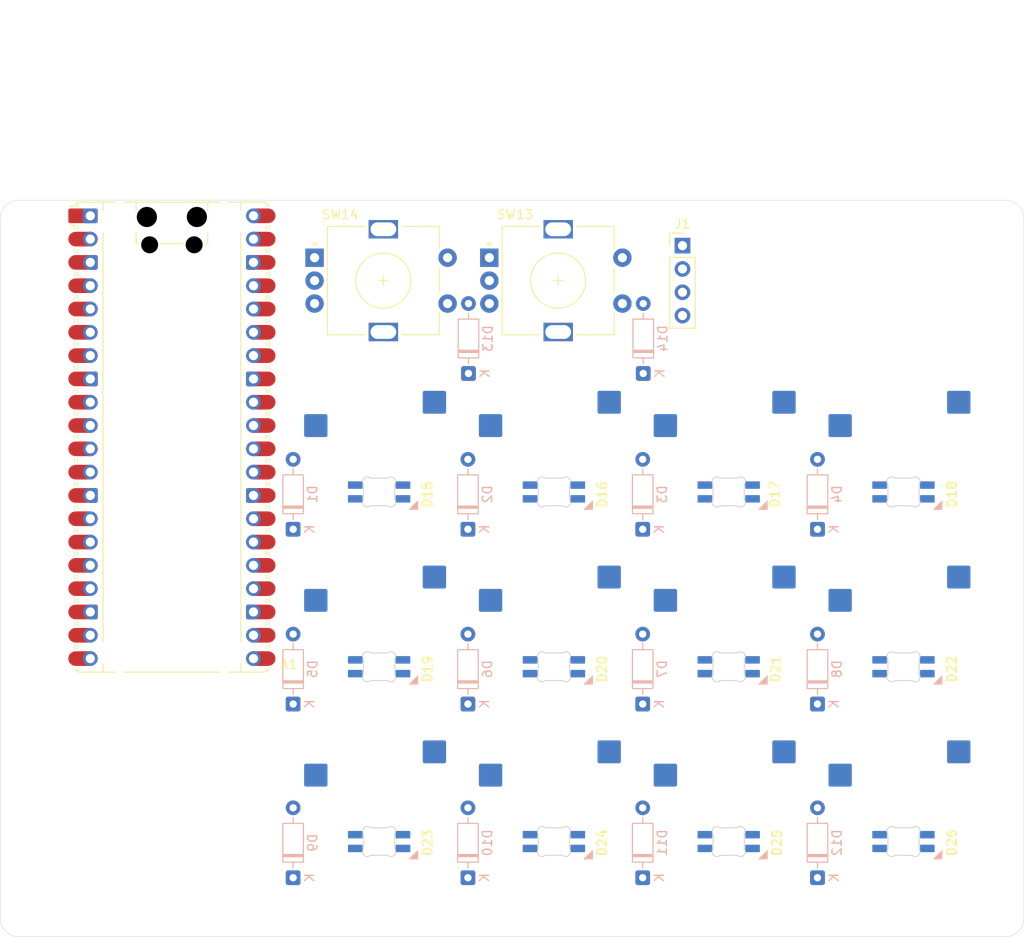
<source format=kicad_pcb>
(kicad_pcb (version 20241229) (generator "pcbnew") (generator_version "9.0")
  (layers (0 "F.Cu" signal) (2 "B.Cu" signal) (13 "F.Paste" user) (15 "B.Paste" user) (5 "F.SilkS" user "F.Silkscreen") (7 "B.SilkS" user "B.Silkscreen") (1 "F.Mask" user) (3 "B.Mask" user) (25 "Edge.Cuts" user))
  (net 0 "")
  (net 3 "REC_A1")
  (net 4 "REC_B2")
  (net 5 "VCC")
  (net 6 "COL3")
  (net 8 "GND")
  (net 12 "ROW2")
  (net 13 "COL0")
  (net 14 "ROW1")
  (net 16 "COL4")
  (net 18 "REC_A2")
  (net 19 "COL2")
  (net 26 "OLED_SCL")
  (net 27 "COL1")
  (net 30 "REC_B1")
  (net 31 "ARGB_DATA")
  (net 32 "OLED_SDA")
  (net 34 "ROW0")
  (net 35 "Net-(D1-A)")
  (net 36 "Net-(D2-A)")
  (net 37 "Net-(D3-A)")
  (net 38 "Net-(D4-A)")
  (net 39 "Net-(D5-A)")
  (net 40 "Net-(D6-A)")
  (net 41 "Net-(D7-A)")
  (net 42 "Net-(D8-A)")
  (net 43 "Net-(D9-A)")
  (net 44 "Net-(D10-A)")
  (net 45 "Net-(D11-A)")
  (net 46 "Net-(D12-A)")
  (net 47 "REC__SW_B2")
  (net 48 "REC__SW_A2")
  (net 49 "Net-(D15-DOUT)")
  (net 50 "Net-(D16-DOUT)")
  (net 51 "Net-(D17-DOUT)")
  (net 52 "Net-(D18-DOUT)")
  (net 53 "Net-(D19-DOUT)")
  (net 54 "Net-(D20-DOUT)")
  (net 55 "Net-(D21-DOUT)")
  (net 56 "Net-(D22-DOUT)")
  (net 57 "Net-(D23-DOUT)")
  (net 58 "Net-(D24-DOUT)")
  (net 59 "Net-(D25-DOUT)")
  (footprint "HackPad:RotaryEncoder_Alps_EC11E-Switch_Vertical_H20mm" (layer "F.Cu") (at 129.26 60.105)
    (property "Reference" "SW14" (at 2.8 -4.7 0) (layer "F.SilkS"))
    (property "Value" "RotaryEncoder_Switch")
    (pad "A" thru_hole rect (at 0 0) (size 2 2) (drill 1) (layers "*.Cu" "*.Mask") (net 4 "REC_B2"))
    (pad "B" thru_hole circle (at 0 5) (size 2 2) (drill 1) (layers "*.Cu" "*.Mask") (net 30 "REC_B1"))
    (pad "C" thru_hole circle (at 0 2.5) (size 2 2) (drill 1) (layers "*.Cu" "*.Mask") (net 8 "GND"))
    (pad "MP" thru_hole rect (at 7.5 -3.1) (size 3.2 2) (drill oval 2.8 1.5) (layers "*.Cu" "*.Mask"))
    (pad "MP" thru_hole rect (at 7.5 8.1) (size 3.2 2) (drill oval 2.8 1.5) (layers "*.Cu" "*.Mask"))
    (pad "S1" thru_hole circle (at 14.5 5) (size 2 2) (drill 1) (layers "*.Cu" "*.Mask") (net 47 "REC__SW_B2"))
    (pad "S2" thru_hole circle (at 14.5 0) (size 2 2) (drill 1) (layers "*.Cu" "*.Mask") (net 16 "COL4"))
  )
  (footprint "HackPad:SK6812MINI-E_fixed" (layer "F.Cu") (at 155.347499 85.742842)
    (property "Reference" "D16" (at 5.262501 0.152158 90) (layer "F.SilkS") (effects (font (thickness 0.2) (bold yes))))
    (property "Value" "SK6812MINI-E")
    (fp_line (start -1.699998 0.6) (end -1.699998 -0.805684) (stroke (width 0.1)) (layer "Edge.Cuts"))
    (fp_line (start -0.794451 -1.602841) (end 0.794454 -1.602841) (stroke (width 0.1)) (layer "Edge.Cuts"))
    (fp_line (start 0.794453 1.397158) (end -0.794451 1.397158) (stroke (width 0.1)) (layer "Edge.Cuts"))
    (fp_line (start 1.7 -0.805684) (end 1.7 0.6) (stroke (width 0.1)) (layer "Edge.Cuts"))
    (fp_arc (start -1.749483 -1.022562) (mid -1.712526 -0.91691) (end -1.699998 -0.805684) (stroke (width 0.1)) (layer "Edge.Cuts"))
    (fp_arc (start -1.749483 -1.022562) (mid -1.63807 -1.606877) (end -1.04671 -1.671141) (stroke (width 0.1)) (layer "Edge.Cuts"))
    (fp_arc (start -1.699998 0.600001) (mid -1.712526 0.711226) (end -1.749483 0.816878) (stroke (width 0.1)) (layer "Edge.Cuts"))
    (fp_arc (start -1.04671 1.465455) (mid -1.638069 1.401192) (end -1.749483 0.816878) (stroke (width 0.1)) (layer "Edge.Cuts"))
    (fp_arc (start -1.046709 1.465457) (mid -0.925121 1.414535) (end -0.794451 1.397158) (stroke (width 0.1)) (layer "Edge.Cuts"))
    (fp_arc (start -0.794452 -1.602842) (mid -0.925122 -1.620219) (end -1.04671 -1.671141) (stroke (width 0.1)) (layer "Edge.Cuts"))
    (fp_arc (start 0.794453 1.397158) (mid 0.925124 1.414535) (end 1.046712 1.465457) (stroke (width 0.1)) (layer "Edge.Cuts"))
    (fp_arc (start 1.046712 -1.67114) (mid 0.925124 -1.620218) (end 0.794454 -1.602841) (stroke (width 0.1)) (layer "Edge.Cuts"))
    (fp_arc (start 1.046712 -1.67114) (mid 1.638072 -1.606876) (end 1.749485 -1.022562) (stroke (width 0.1)) (layer "Edge.Cuts"))
    (fp_arc (start 1.7 -0.805685) (mid 1.712528 -0.91691) (end 1.749485 -1.022562) (stroke (width 0.1)) (layer "Edge.Cuts"))
    (fp_arc (start 1.749485 0.816877) (mid 1.638073 1.401193) (end 1.046712 1.465457) (stroke (width 0.1)) (layer "Edge.Cuts"))
    (fp_arc (start 1.749485 0.816878) (mid 1.712528 0.711226) (end 1.7 0.6) (stroke (width 0.1)) (layer "Edge.Cuts"))
    (pad "1" smd roundrect (at -2.599999 -0.852842 270) (size 0.82 1.6) (layers "B.Cu" "B.Mask" "B.Paste") (roundrect_rratio 0.1) (net 5 "VCC"))
    (pad "2" smd roundrect (at -2.599999 0.647158 270) (size 0.82 1.6) (layers "B.Cu" "B.Mask" "B.Paste") (roundrect_rratio 0.1) (net 50 "Net-(D16-DOUT)"))
    (pad "3" smd roundrect (at 2.600001 0.647158 270) (size 0.82 1.6) (layers "B.Cu" "B.Mask" "B.Paste") (roundrect_rratio 0.1) (net 8 "GND"))
    (pad "4" smd roundrect (at 2.600001 -0.852842 270) (size 0.82 1.6) (layers "B.Cu" "B.Mask" "B.Paste") (roundrect_rratio 0.1) (net 49 "Net-(D15-DOUT)"))
  )
  (footprint "HackPad:SK6812MINI-E_fixed" (layer "F.Cu") (at 136.297499 123.842842)
    (property "Reference" "D23" (at 5.262501 0.032158 90) (layer "F.SilkS") (effects (font (thickness 0.2) (bold yes))))
    (property "Value" "SK6812MINI-E")
    (fp_line (start -1.699998 0.6) (end -1.699998 -0.805684) (stroke (width 0.1)) (layer "Edge.Cuts"))
    (fp_line (start -0.794451 -1.602841) (end 0.794454 -1.602841) (stroke (width 0.1)) (layer "Edge.Cuts"))
    (fp_line (start 0.794453 1.397158) (end -0.794451 1.397158) (stroke (width 0.1)) (layer "Edge.Cuts"))
    (fp_line (start 1.7 -0.805684) (end 1.7 0.6) (stroke (width 0.1)) (layer "Edge.Cuts"))
    (fp_arc (start -1.749483 -1.022562) (mid -1.712526 -0.91691) (end -1.699998 -0.805684) (stroke (width 0.1)) (layer "Edge.Cuts"))
    (fp_arc (start -1.749483 -1.022562) (mid -1.63807 -1.606877) (end -1.04671 -1.671141) (stroke (width 0.1)) (layer "Edge.Cuts"))
    (fp_arc (start -1.699998 0.600001) (mid -1.712526 0.711226) (end -1.749483 0.816878) (stroke (width 0.1)) (layer "Edge.Cuts"))
    (fp_arc (start -1.04671 1.465455) (mid -1.638069 1.401192) (end -1.749483 0.816878) (stroke (width 0.1)) (layer "Edge.Cuts"))
    (fp_arc (start -1.046709 1.465457) (mid -0.925121 1.414535) (end -0.794451 1.397158) (stroke (width 0.1)) (layer "Edge.Cuts"))
    (fp_arc (start -0.794452 -1.602842) (mid -0.925122 -1.620219) (end -1.04671 -1.671141) (stroke (width 0.1)) (layer "Edge.Cuts"))
    (fp_arc (start 0.794453 1.397158) (mid 0.925124 1.414535) (end 1.046712 1.465457) (stroke (width 0.1)) (layer "Edge.Cuts"))
    (fp_arc (start 1.046712 -1.67114) (mid 0.925124 -1.620218) (end 0.794454 -1.602841) (stroke (width 0.1)) (layer "Edge.Cuts"))
    (fp_arc (start 1.046712 -1.67114) (mid 1.638072 -1.606876) (end 1.749485 -1.022562) (stroke (width 0.1)) (layer "Edge.Cuts"))
    (fp_arc (start 1.7 -0.805685) (mid 1.712528 -0.91691) (end 1.749485 -1.022562) (stroke (width 0.1)) (layer "Edge.Cuts"))
    (fp_arc (start 1.749485 0.816877) (mid 1.638073 1.401193) (end 1.046712 1.465457) (stroke (width 0.1)) (layer "Edge.Cuts"))
    (fp_arc (start 1.749485 0.816878) (mid 1.712528 0.711226) (end 1.7 0.6) (stroke (width 0.1)) (layer "Edge.Cuts"))
    (pad "1" smd roundrect (at -2.599999 -0.852842 270) (size 0.82 1.6) (layers "B.Cu" "B.Mask" "B.Paste") (roundrect_rratio 0.1) (net 5 "VCC"))
    (pad "2" smd roundrect (at -2.599999 0.647158 270) (size 0.82 1.6) (layers "B.Cu" "B.Mask" "B.Paste") (roundrect_rratio 0.1) (net 57 "Net-(D23-DOUT)"))
    (pad "3" smd roundrect (at 2.600001 0.647158 270) (size 0.82 1.6) (layers "B.Cu" "B.Mask" "B.Paste") (roundrect_rratio 0.1) (net 8 "GND"))
    (pad "4" smd roundrect (at 2.600001 -0.852842 270) (size 0.82 1.6) (layers "B.Cu" "B.Mask" "B.Paste") (roundrect_rratio 0.1) (net 56 "Net-(D22-DOUT)"))
  )
  (footprint "HackPad:SK6812MINI-E_fixed" (layer "F.Cu") (at 174.397499 85.742842)
    (property "Reference" "D17" (at 5 0.152158 90) (layer "F.SilkS") (effects (font (thickness 0.2) (bold yes))))
    (property "Value" "SK6812MINI-E")
    (fp_line (start -1.699998 0.6) (end -1.699998 -0.805684) (stroke (width 0.1)) (layer "Edge.Cuts"))
    (fp_line (start -0.794451 -1.602841) (end 0.794454 -1.602841) (stroke (width 0.1)) (layer "Edge.Cuts"))
    (fp_line (start 0.794453 1.397158) (end -0.794451 1.397158) (stroke (width 0.1)) (layer "Edge.Cuts"))
    (fp_line (start 1.7 -0.805684) (end 1.7 0.6) (stroke (width 0.1)) (layer "Edge.Cuts"))
    (fp_arc (start -1.749483 -1.022562) (mid -1.712526 -0.91691) (end -1.699998 -0.805684) (stroke (width 0.1)) (layer "Edge.Cuts"))
    (fp_arc (start -1.749483 -1.022562) (mid -1.63807 -1.606877) (end -1.04671 -1.671141) (stroke (width 0.1)) (layer "Edge.Cuts"))
    (fp_arc (start -1.699998 0.600001) (mid -1.712526 0.711226) (end -1.749483 0.816878) (stroke (width 0.1)) (layer "Edge.Cuts"))
    (fp_arc (start -1.04671 1.465455) (mid -1.638069 1.401192) (end -1.749483 0.816878) (stroke (width 0.1)) (layer "Edge.Cuts"))
    (fp_arc (start -1.046709 1.465457) (mid -0.925121 1.414535) (end -0.794451 1.397158) (stroke (width 0.1)) (layer "Edge.Cuts"))
    (fp_arc (start -0.794452 -1.602842) (mid -0.925122 -1.620219) (end -1.04671 -1.671141) (stroke (width 0.1)) (layer "Edge.Cuts"))
    (fp_arc (start 0.794453 1.397158) (mid 0.925124 1.414535) (end 1.046712 1.465457) (stroke (width 0.1)) (layer "Edge.Cuts"))
    (fp_arc (start 1.046712 -1.67114) (mid 0.925124 -1.620218) (end 0.794454 -1.602841) (stroke (width 0.1)) (layer "Edge.Cuts"))
    (fp_arc (start 1.046712 -1.67114) (mid 1.638072 -1.606876) (end 1.749485 -1.022562) (stroke (width 0.1)) (layer "Edge.Cuts"))
    (fp_arc (start 1.7 -0.805685) (mid 1.712528 -0.91691) (end 1.749485 -1.022562) (stroke (width 0.1)) (layer "Edge.Cuts"))
    (fp_arc (start 1.749485 0.816877) (mid 1.638073 1.401193) (end 1.046712 1.465457) (stroke (width 0.1)) (layer "Edge.Cuts"))
    (fp_arc (start 1.749485 0.816878) (mid 1.712528 0.711226) (end 1.7 0.6) (stroke (width 0.1)) (layer "Edge.Cuts"))
    (pad "1" smd roundrect (at -2.599999 -0.852842 270) (size 0.82 1.6) (layers "B.Cu" "B.Mask" "B.Paste") (roundrect_rratio 0.1) (net 5 "VCC"))
    (pad "2" smd roundrect (at -2.599999 0.647158 270) (size 0.82 1.6) (layers "B.Cu" "B.Mask" "B.Paste") (roundrect_rratio 0.1) (net 51 "Net-(D17-DOUT)"))
    (pad "3" smd roundrect (at 2.600001 0.647158 270) (size 0.82 1.6) (layers "B.Cu" "B.Mask" "B.Paste") (roundrect_rratio 0.1) (net 8 "GND"))
    (pad "4" smd roundrect (at 2.600001 -0.852842 270) (size 0.82 1.6) (layers "B.Cu" "B.Mask" "B.Paste") (roundrect_rratio 0.1) (net 50 "Net-(D16-DOUT)"))
  )
  (footprint "HackPad:SK6812MINI-E_fixed" (layer "F.Cu") (at 155.347499 123.842842)
    (property "Reference" "D24" (at 5.262501 0.032158 90) (layer "F.SilkS") (effects (font (thickness 0.2) (bold yes))))
    (property "Value" "SK6812MINI-E")
    (fp_line (start -1.699998 0.6) (end -1.699998 -0.805684) (stroke (width 0.1)) (layer "Edge.Cuts"))
    (fp_line (start -0.794451 -1.602841) (end 0.794454 -1.602841) (stroke (width 0.1)) (layer "Edge.Cuts"))
    (fp_line (start 0.794453 1.397158) (end -0.794451 1.397158) (stroke (width 0.1)) (layer "Edge.Cuts"))
    (fp_line (start 1.7 -0.805684) (end 1.7 0.6) (stroke (width 0.1)) (layer "Edge.Cuts"))
    (fp_arc (start -1.749483 -1.022562) (mid -1.712526 -0.91691) (end -1.699998 -0.805684) (stroke (width 0.1)) (layer "Edge.Cuts"))
    (fp_arc (start -1.749483 -1.022562) (mid -1.63807 -1.606877) (end -1.04671 -1.671141) (stroke (width 0.1)) (layer "Edge.Cuts"))
    (fp_arc (start -1.699998 0.600001) (mid -1.712526 0.711226) (end -1.749483 0.816878) (stroke (width 0.1)) (layer "Edge.Cuts"))
    (fp_arc (start -1.04671 1.465455) (mid -1.638069 1.401192) (end -1.749483 0.816878) (stroke (width 0.1)) (layer "Edge.Cuts"))
    (fp_arc (start -1.046709 1.465457) (mid -0.925121 1.414535) (end -0.794451 1.397158) (stroke (width 0.1)) (layer "Edge.Cuts"))
    (fp_arc (start -0.794452 -1.602842) (mid -0.925122 -1.620219) (end -1.04671 -1.671141) (stroke (width 0.1)) (layer "Edge.Cuts"))
    (fp_arc (start 0.794453 1.397158) (mid 0.925124 1.414535) (end 1.046712 1.465457) (stroke (width 0.1)) (layer "Edge.Cuts"))
    (fp_arc (start 1.046712 -1.67114) (mid 0.925124 -1.620218) (end 0.794454 -1.602841) (stroke (width 0.1)) (layer "Edge.Cuts"))
    (fp_arc (start 1.046712 -1.67114) (mid 1.638072 -1.606876) (end 1.749485 -1.022562) (stroke (width 0.1)) (layer "Edge.Cuts"))
    (fp_arc (start 1.7 -0.805685) (mid 1.712528 -0.91691) (end 1.749485 -1.022562) (stroke (width 0.1)) (layer "Edge.Cuts"))
    (fp_arc (start 1.749485 0.816877) (mid 1.638073 1.401193) (end 1.046712 1.465457) (stroke (width 0.1)) (layer "Edge.Cuts"))
    (fp_arc (start 1.749485 0.816878) (mid 1.712528 0.711226) (end 1.7 0.6) (stroke (width 0.1)) (layer "Edge.Cuts"))
    (pad "1" smd roundrect (at -2.599999 -0.852842 270) (size 0.82 1.6) (layers "B.Cu" "B.Mask" "B.Paste") (roundrect_rratio 0.1) (net 5 "VCC"))
    (pad "2" smd roundrect (at -2.599999 0.647158 270) (size 0.82 1.6) (layers "B.Cu" "B.Mask" "B.Paste") (roundrect_rratio 0.1) (net 58 "Net-(D24-DOUT)"))
    (pad "3" smd roundrect (at 2.600001 0.647158 270) (size 0.82 1.6) (layers "B.Cu" "B.Mask" "B.Paste") (roundrect_rratio 0.1) (net 8 "GND"))
    (pad "4" smd roundrect (at 2.600001 -0.852842 270) (size 0.82 1.6) (layers "B.Cu" "B.Mask" "B.Paste") (roundrect_rratio 0.1) (net 57 "Net-(D23-DOUT)"))
  )
  (footprint "Connector_PinHeader_2.54mm:PinHeader_1x04_P2.54mm_Vertical" (layer "F.Cu") (at 169.36 58.795)
    (property "Reference" "J1" (at 0 -2.38 0) (layer "F.SilkS"))
    (property "Value" "Conn_01x04_Pin")
    (pad "1" thru_hole rect (at 0 0) (size 1.7 1.7) (drill 1) (layers "*.Cu" "*.Mask") (net 32 "OLED_SDA"))
    (pad "2" thru_hole circle (at 0 2.54) (size 1.7 1.7) (drill 1) (layers "*.Cu" "*.Mask") (net 26 "OLED_SCL"))
    (pad "3" thru_hole circle (at 0 5.08) (size 1.7 1.7) (drill 1) (layers "*.Cu" "*.Mask") (net 5 "VCC"))
    (pad "4" thru_hole circle (at 0 7.62) (size 1.7 1.7) (drill 1) (layers "*.Cu" "*.Mask") (net 8 "GND"))
  )
  (footprint "HackPad:SK6812MINI-E_fixed" (layer "F.Cu") (at 193.447499 85.742842)
    (property "Reference" "D18" (at 5.262501 0.152158 90) (layer "F.SilkS") (effects (font (thickness 0.2) (bold yes))))
    (property "Value" "SK6812MINI-E")
    (fp_line (start -1.699998 0.6) (end -1.699998 -0.805684) (stroke (width 0.1)) (layer "Edge.Cuts"))
    (fp_line (start -0.794451 -1.602841) (end 0.794454 -1.602841) (stroke (width 0.1)) (layer "Edge.Cuts"))
    (fp_line (start 0.794453 1.397158) (end -0.794451 1.397158) (stroke (width 0.1)) (layer "Edge.Cuts"))
    (fp_line (start 1.7 -0.805684) (end 1.7 0.6) (stroke (width 0.1)) (layer "Edge.Cuts"))
    (fp_arc (start -1.749483 -1.022562) (mid -1.712526 -0.91691) (end -1.699998 -0.805684) (stroke (width 0.1)) (layer "Edge.Cuts"))
    (fp_arc (start -1.749483 -1.022562) (mid -1.63807 -1.606877) (end -1.04671 -1.671141) (stroke (width 0.1)) (layer "Edge.Cuts"))
    (fp_arc (start -1.699998 0.600001) (mid -1.712526 0.711226) (end -1.749483 0.816878) (stroke (width 0.1)) (layer "Edge.Cuts"))
    (fp_arc (start -1.04671 1.465455) (mid -1.638069 1.401192) (end -1.749483 0.816878) (stroke (width 0.1)) (layer "Edge.Cuts"))
    (fp_arc (start -1.046709 1.465457) (mid -0.925121 1.414535) (end -0.794451 1.397158) (stroke (width 0.1)) (layer "Edge.Cuts"))
    (fp_arc (start -0.794452 -1.602842) (mid -0.925122 -1.620219) (end -1.04671 -1.671141) (stroke (width 0.1)) (layer "Edge.Cuts"))
    (fp_arc (start 0.794453 1.397158) (mid 0.925124 1.414535) (end 1.046712 1.465457) (stroke (width 0.1)) (layer "Edge.Cuts"))
    (fp_arc (start 1.046712 -1.67114) (mid 0.925124 -1.620218) (end 0.794454 -1.602841) (stroke (width 0.1)) (layer "Edge.Cuts"))
    (fp_arc (start 1.046712 -1.67114) (mid 1.638072 -1.606876) (end 1.749485 -1.022562) (stroke (width 0.1)) (layer "Edge.Cuts"))
    (fp_arc (start 1.7 -0.805685) (mid 1.712528 -0.91691) (end 1.749485 -1.022562) (stroke (width 0.1)) (layer "Edge.Cuts"))
    (fp_arc (start 1.749485 0.816877) (mid 1.638073 1.401193) (end 1.046712 1.465457) (stroke (width 0.1)) (layer "Edge.Cuts"))
    (fp_arc (start 1.749485 0.816878) (mid 1.712528 0.711226) (end 1.7 0.6) (stroke (width 0.1)) (layer "Edge.Cuts"))
    (pad "1" smd roundrect (at -2.599999 -0.852842 270) (size 0.82 1.6) (layers "B.Cu" "B.Mask" "B.Paste") (roundrect_rratio 0.1) (net 5 "VCC"))
    (pad "2" smd roundrect (at -2.599999 0.647158 270) (size 0.82 1.6) (layers "B.Cu" "B.Mask" "B.Paste") (roundrect_rratio 0.1) (net 52 "Net-(D18-DOUT)"))
    (pad "3" smd roundrect (at 2.600001 0.647158 270) (size 0.82 1.6) (layers "B.Cu" "B.Mask" "B.Paste") (roundrect_rratio 0.1) (net 8 "GND"))
    (pad "4" smd roundrect (at 2.600001 -0.852842 270) (size 0.82 1.6) (layers "B.Cu" "B.Mask" "B.Paste") (roundrect_rratio 0.1) (net 51 "Net-(D17-DOUT)"))
  )
  (footprint "HackPad:SK6812MINI-E_fixed" (layer "F.Cu") (at 136.297499 85.742842)
    (property "Reference" "D15" (at 5.262501 0.152158 90) (layer "F.SilkS") (effects (font (thickness 0.2) (bold yes))))
    (property "Value" "SK6812MINI-E")
    (fp_line (start -1.699998 0.6) (end -1.699998 -0.805684) (stroke (width 0.1)) (layer "Edge.Cuts"))
    (fp_line (start -0.794451 -1.602841) (end 0.794454 -1.602841) (stroke (width 0.1)) (layer "Edge.Cuts"))
    (fp_line (start 0.794453 1.397158) (end -0.794451 1.397158) (stroke (width 0.1)) (layer "Edge.Cuts"))
    (fp_line (start 1.7 -0.805684) (end 1.7 0.6) (stroke (width 0.1)) (layer "Edge.Cuts"))
    (fp_arc (start -1.749483 -1.022562) (mid -1.712526 -0.91691) (end -1.699998 -0.805684) (stroke (width 0.1)) (layer "Edge.Cuts"))
    (fp_arc (start -1.749483 -1.022562) (mid -1.63807 -1.606877) (end -1.04671 -1.671141) (stroke (width 0.1)) (layer "Edge.Cuts"))
    (fp_arc (start -1.699998 0.600001) (mid -1.712526 0.711226) (end -1.749483 0.816878) (stroke (width 0.1)) (layer "Edge.Cuts"))
    (fp_arc (start -1.04671 1.465455) (mid -1.638069 1.401192) (end -1.749483 0.816878) (stroke (width 0.1)) (layer "Edge.Cuts"))
    (fp_arc (start -1.046709 1.465457) (mid -0.925121 1.414535) (end -0.794451 1.397158) (stroke (width 0.1)) (layer "Edge.Cuts"))
    (fp_arc (start -0.794452 -1.602842) (mid -0.925122 -1.620219) (end -1.04671 -1.671141) (stroke (width 0.1)) (layer "Edge.Cuts"))
    (fp_arc (start 0.794453 1.397158) (mid 0.925124 1.414535) (end 1.046712 1.465457) (stroke (width 0.1)) (layer "Edge.Cuts"))
    (fp_arc (start 1.046712 -1.67114) (mid 0.925124 -1.620218) (end 0.794454 -1.602841) (stroke (width 0.1)) (layer "Edge.Cuts"))
    (fp_arc (start 1.046712 -1.67114) (mid 1.638072 -1.606876) (end 1.749485 -1.022562) (stroke (width 0.1)) (layer "Edge.Cuts"))
    (fp_arc (start 1.7 -0.805685) (mid 1.712528 -0.91691) (end 1.749485 -1.022562) (stroke (width 0.1)) (layer "Edge.Cuts"))
    (fp_arc (start 1.749485 0.816877) (mid 1.638073 1.401193) (end 1.046712 1.465457) (stroke (width 0.1)) (layer "Edge.Cuts"))
    (fp_arc (start 1.749485 0.816878) (mid 1.712528 0.711226) (end 1.7 0.6) (stroke (width 0.1)) (layer "Edge.Cuts"))
    (pad "1" smd roundrect (at -2.599999 -0.852842 270) (size 0.82 1.6) (layers "B.Cu" "B.Mask" "B.Paste") (roundrect_rratio 0.1) (net 5 "VCC"))
    (pad "2" smd roundrect (at -2.599999 0.647158 270) (size 0.82 1.6) (layers "B.Cu" "B.Mask" "B.Paste") (roundrect_rratio 0.1) (net 49 "Net-(D15-DOUT)"))
    (pad "3" smd roundrect (at 2.600001 0.647158 270) (size 0.82 1.6) (layers "B.Cu" "B.Mask" "B.Paste") (roundrect_rratio 0.1) (net 8 "GND"))
    (pad "4" smd roundrect (at 2.600001 -0.852842 270) (size 0.82 1.6) (layers "B.Cu" "B.Mask" "B.Paste") (roundrect_rratio 0.1) (net 31 "ARGB_DATA"))
  )
  (footprint "HackPad:SK6812MINI-E_fixed" (layer "F.Cu") (at 174.397499 123.842842)
    (property "Reference" "D25" (at 5.262501 0.032158 90) (layer "F.SilkS") (effects (font (thickness 0.2) (bold yes))))
    (property "Value" "SK6812MINI-E")
    (fp_line (start -1.699998 0.6) (end -1.699998 -0.805684) (stroke (width 0.1)) (layer "Edge.Cuts"))
    (fp_line (start -0.794451 -1.602841) (end 0.794454 -1.602841) (stroke (width 0.1)) (layer "Edge.Cuts"))
    (fp_line (start 0.794453 1.397158) (end -0.794451 1.397158) (stroke (width 0.1)) (layer "Edge.Cuts"))
    (fp_line (start 1.7 -0.805684) (end 1.7 0.6) (stroke (width 0.1)) (layer "Edge.Cuts"))
    (fp_arc (start -1.749483 -1.022562) (mid -1.712526 -0.91691) (end -1.699998 -0.805684) (stroke (width 0.1)) (layer "Edge.Cuts"))
    (fp_arc (start -1.749483 -1.022562) (mid -1.63807 -1.606877) (end -1.04671 -1.671141) (stroke (width 0.1)) (layer "Edge.Cuts"))
    (fp_arc (start -1.699998 0.600001) (mid -1.712526 0.711226) (end -1.749483 0.816878) (stroke (width 0.1)) (layer "Edge.Cuts"))
    (fp_arc (start -1.04671 1.465455) (mid -1.638069 1.401192) (end -1.749483 0.816878) (stroke (width 0.1)) (layer "Edge.Cuts"))
    (fp_arc (start -1.046709 1.465457) (mid -0.925121 1.414535) (end -0.794451 1.397158) (stroke (width 0.1)) (layer "Edge.Cuts"))
    (fp_arc (start -0.794452 -1.602842) (mid -0.925122 -1.620219) (end -1.04671 -1.671141) (stroke (width 0.1)) (layer "Edge.Cuts"))
    (fp_arc (start 0.794453 1.397158) (mid 0.925124 1.414535) (end 1.046712 1.465457) (stroke (width 0.1)) (layer "Edge.Cuts"))
    (fp_arc (start 1.046712 -1.67114) (mid 0.925124 -1.620218) (end 0.794454 -1.602841) (stroke (width 0.1)) (layer "Edge.Cuts"))
    (fp_arc (start 1.046712 -1.67114) (mid 1.638072 -1.606876) (end 1.749485 -1.022562) (stroke (width 0.1)) (layer "Edge.Cuts"))
    (fp_arc (start 1.7 -0.805685) (mid 1.712528 -0.91691) (end 1.749485 -1.022562) (stroke (width 0.1)) (layer "Edge.Cuts"))
    (fp_arc (start 1.749485 0.816877) (mid 1.638073 1.401193) (end 1.046712 1.465457) (stroke (width 0.1)) (layer "Edge.Cuts"))
    (fp_arc (start 1.749485 0.816878) (mid 1.712528 0.711226) (end 1.7 0.6) (stroke (width 0.1)) (layer "Edge.Cuts"))
    (pad "1" smd roundrect (at -2.599999 -0.852842 270) (size 0.82 1.6) (layers "B.Cu" "B.Mask" "B.Paste") (roundrect_rratio 0.1) (net 5 "VCC"))
    (pad "2" smd roundrect (at -2.599999 0.647158 270) (size 0.82 1.6) (layers "B.Cu" "B.Mask" "B.Paste") (roundrect_rratio 0.1) (net 59 "Net-(D25-DOUT)"))
    (pad "3" smd roundrect (at 2.600001 0.647158 270) (size 0.82 1.6) (layers "B.Cu" "B.Mask" "B.Paste") (roundrect_rratio 0.1) (net 8 "GND"))
    (pad "4" smd roundrect (at 2.600001 -0.852842 270) (size 0.82 1.6) (layers "B.Cu" "B.Mask" "B.Paste") (roundrect_rratio 0.1) (net 58 "Net-(D24-DOUT)"))
  )
  (footprint "Module:RaspberryPi_Pico_Common_Unspecified" (layer "F.Cu") (at 113.71 79.67)
    (property "Reference" "A1" (at 11.7475 24.765 0) (layer "F.SilkS") (effects (justify left)))
    (property "Value" "RaspberryPi_Pico")
    (pad "" np_thru_hole circle (at -2.725 -24) (size 2.2 2.2) (drill 2.2) (layers "*.Mask"))
    (pad "" np_thru_hole circle (at -2.425 -20.97) (size 1.85 1.85) (drill 1.85) (layers "*.Mask"))
    (pad "" np_thru_hole circle (at 2.425 -20.97) (size 1.85 1.85) (drill 1.85) (layers "*.Mask"))
    (pad "" np_thru_hole circle (at 2.725 -24) (size 2.2 2.2) (drill 2.2) (layers "*.Mask"))
    (pad "1" smd custom (at -9.69 -24.13) (size 1.6 0.8) (layers "F.Cu" "F.Mask") (net 34 "ROW0") (options (clearance outline) (anchor rect)) (primitives (gr_circle (center 0.8 0) (end 1.6 0) (width 0) (fill yes)) (gr_poly (pts (xy -1.6 -0.6) (xy -1.6 0.6) (xy -1.4 0.8) (xy 0.8 0.8) (xy 0.8 -0.8) (xy -1.4 -0.8)) (width 0) (fill yes)) (gr_circle (center -1.4 -0.6) (end -1.2 -0.6) (width 0) (fill yes)) (gr_circle (center -1.4 0.6) (end -1.2 0.6) (width 0) (fill yes))))
    (pad "1" thru_hole roundrect (at -8.89 -24.13) (size 1.6 1.6) (drill 1) (layers "*.Cu" "*.Mask") (roundrect_rratio 0.125) (net 34 "ROW0"))
    (pad "2" smd roundrect (at -9.69 -21.59) (size 3.2 1.6) (layers "F.Cu" "F.Mask") (roundrect_rratio 0.5) (net 14 "ROW1"))
    (pad "2" thru_hole circle (at -8.89 -21.59) (size 1.6 1.6) (drill 1) (layers "*.Cu" "*.Mask") (net 14 "ROW1"))
    (pad "3" smd custom (at -9.69 -19.05) (size 1.6 0.8) (layers "F.Cu" "F.Mask") (net 8 "GND") (options (clearance outline) (anchor rect)) (primitives (gr_circle (center -0.8 0) (end 0 0) (width 0) (fill yes)) (gr_poly (pts (xy 1.6 -0.6) (xy 1.6 0.6) (xy 1.4 0.8) (xy -0.8 0.8) (xy -0.8 -0.8) (xy 1.4 -0.8)) (width 0) (fill yes)) (gr_circle (center 1.4 -0.6) (end 1.6 -0.6) (width 0) (fill yes)) (gr_circle (center 1.4 0.6) (end 1.6 0.6) (width 0) (fill yes))))
    (pad "3" thru_hole custom (at -8.89 -19.05) (size 1.6 1.6) (drill 1) (layers "*.Cu" "*.Mask") (net 8 "GND") (options (clearance outline) (anchor circle)) (primitives (gr_poly (pts (xy 0.8 0.6) (xy 0.8 -0.6) (xy 0.6 -0.8) (xy 0 -0.8) (xy 0 0.8) (xy 0.6 0.8)) (width 0) (fill yes)) (gr_circle (center 0.6 0.6) (end 0.8 0.6) (width 0) (fill yes)) (gr_circle (center 0.6 -0.6) (end 0.8 -0.6) (width 0) (fill yes))))
    (pad "4" smd roundrect (at -9.69 -16.51) (size 3.2 1.6) (layers "F.Cu" "F.Mask") (roundrect_rratio 0.5) (net 12 "ROW2"))
    (pad "4" thru_hole circle (at -8.89 -16.51) (size 1.6 1.6) (drill 1) (layers "*.Cu" "*.Mask") (net 12 "ROW2"))
    (pad "5" smd roundrect (at -9.69 -13.97) (size 3.2 1.6) (layers "F.Cu" "F.Mask") (roundrect_rratio 0.5) (net 13 "COL0"))
    (pad "5" thru_hole circle (at -8.89 -13.97) (size 1.6 1.6) (drill 1) (layers "*.Cu" "*.Mask") (net 13 "COL0"))
    (pad "6" smd roundrect (at -9.69 -11.43) (size 3.2 1.6) (layers "F.Cu" "F.Mask") (roundrect_rratio 0.5) (net 27 "COL1"))
    (pad "6" thru_hole circle (at -8.89 -11.43) (size 1.6 1.6) (drill 1) (layers "*.Cu" "*.Mask") (net 27 "COL1"))
    (pad "7" smd roundrect (at -9.69 -8.89) (size 3.2 1.6) (layers "F.Cu" "F.Mask") (roundrect_rratio 0.5) (net 19 "COL2"))
    (pad "7" thru_hole circle (at -8.89 -8.89) (size 1.6 1.6) (drill 1) (layers "*.Cu" "*.Mask") (net 19 "COL2"))
    (pad "8" smd custom (at -9.69 -6.35) (size 1.6 0.8) (layers "F.Cu" "F.Mask") (net 8 "GND") (options (clearance outline) (anchor rect)) (primitives (gr_circle (center -0.8 0) (end 0 0) (width 0) (fill yes)) (gr_poly (pts (xy 1.6 -0.6) (xy 1.6 0.6) (xy 1.4 0.8) (xy -0.8 0.8) (xy -0.8 -0.8) (xy 1.4 -0.8)) (width 0) (fill yes)) (gr_circle (center 1.4 -0.6) (end 1.6 -0.6) (width 0) (fill yes)) (gr_circle (center 1.4 0.6) (end 1.6 0.6) (width 0) (fill yes))))
    (pad "8" thru_hole custom (at -8.89 -6.35) (size 1.6 1.6) (drill 1) (layers "*.Cu" "*.Mask") (net 8 "GND") (options (clearance outline) (anchor circle)) (primitives (gr_poly (pts (xy 0.8 0.6) (xy 0.8 -0.6) (xy 0.6 -0.8) (xy 0 -0.8) (xy 0 0.8) (xy 0.6 0.8)) (width 0) (fill yes)) (gr_circle (center 0.6 0.6) (end 0.8 0.6) (width 0) (fill yes)) (gr_circle (center 0.6 -0.6) (end 0.8 -0.6) (width 0) (fill yes))))
    (pad "9" smd roundrect (at -9.69 -3.81) (size 3.2 1.6) (layers "F.Cu" "F.Mask") (roundrect_rratio 0.5) (net 6 "COL3"))
    (pad "9" thru_hole circle (at -8.89 -3.81) (size 1.6 1.6) (drill 1) (layers "*.Cu" "*.Mask") (net 6 "COL3"))
    (pad "10" smd roundrect (at -9.69 -1.27) (size 3.2 1.6) (layers "F.Cu" "F.Mask") (roundrect_rratio 0.5) (net 16 "COL4"))
    (pad "10" thru_hole circle (at -8.89 -1.27) (size 1.6 1.6) (drill 1) (layers "*.Cu" "*.Mask") (net 16 "COL4"))
    (pad "11" smd roundrect (at -9.69 1.27) (size 3.2 1.6) (layers "F.Cu" "F.Mask") (roundrect_rratio 0.5) (net 3 "REC_A1"))
    (pad "11" thru_hole circle (at -8.89 1.27) (size 1.6 1.6) (drill 1) (layers "*.Cu" "*.Mask") (net 3 "REC_A1"))
    (pad "12" smd roundrect (at -9.69 3.81) (size 3.2 1.6) (layers "F.Cu" "F.Mask") (roundrect_rratio 0.5) (net 18 "REC_A2"))
    (pad "12" thru_hole circle (at -8.89 3.81) (size 1.6 1.6) (drill 1) (layers "*.Cu" "*.Mask") (net 18 "REC_A2"))
    (pad "13" smd custom (at -9.69 6.35) (size 1.6 0.8) (layers "F.Cu" "F.Mask") (net 8 "GND") (options (clearance outline) (anchor rect)) (primitives (gr_circle (center -0.8 0) (end 0 0) (width 0) (fill yes)) (gr_poly (pts (xy 1.6 -0.6) (xy 1.6 0.6) (xy 1.4 0.8) (xy -0.8 0.8) (xy -0.8 -0.8) (xy 1.4 -0.8)) (width 0) (fill yes)) (gr_circle (center 1.4 -0.6) (end 1.6 -0.6) (width 0) (fill yes)) (gr_circle (center 1.4 0.6) (end 1.6 0.6) (width 0) (fill yes))))
    (pad "13" thru_hole custom (at -8.89 6.35) (size 1.6 1.6) (drill 1) (layers "*.Cu" "*.Mask") (net 8 "GND") (options (clearance outline) (anchor circle)) (primitives (gr_poly (pts (xy 0.8 0.6) (xy 0.8 -0.6) (xy 0.6 -0.8) (xy 0 -0.8) (xy 0 0.8) (xy 0.6 0.8)) (width 0) (fill yes)) (gr_circle (center 0.6 0.6) (end 0.8 0.6) (width 0) (fill yes)) (gr_circle (center 0.6 -0.6) (end 0.8 -0.6) (width 0) (fill yes))))
    (pad "14" smd roundrect (at -9.69 8.89) (size 3.2 1.6) (layers "F.Cu" "F.Mask") (roundrect_rratio 0.5) (net 30 "REC_B1"))
    (pad "14" thru_hole circle (at -8.89 8.89) (size 1.6 1.6) (drill 1) (layers "*.Cu" "*.Mask") (net 30 "REC_B1"))
    (pad "15" smd roundrect (at -9.69 11.43) (size 3.2 1.6) (layers "F.Cu" "F.Mask") (roundrect_rratio 0.5) (net 4 "REC_B2"))
    (pad "15" thru_hole circle (at -8.89 11.43) (size 1.6 1.6) (drill 1) (layers "*.Cu" "*.Mask") (net 4 "REC_B2"))
    (pad "16" smd roundrect (at -9.69 13.97) (size 3.2 1.6) (layers "F.Cu" "F.Mask") (roundrect_rratio 0.5) (net 31 "ARGB_DATA"))
    (pad "16" thru_hole circle (at -8.89 13.97) (size 1.6 1.6) (drill 1) (layers "*.Cu" "*.Mask") (net 31 "ARGB_DATA"))
    (pad "17" smd roundrect (at -9.69 16.51) (size 3.2 1.6) (layers "F.Cu" "F.Mask") (roundrect_rratio 0.5))
    (pad "17" thru_hole circle (at -8.89 16.51) (size 1.6 1.6) (drill 1) (layers "*.Cu" "*.Mask"))
    (pad "18" smd custom (at -9.69 19.05) (size 1.6 0.8) (layers "F.Cu" "F.Mask") (net 8 "GND") (options (clearance outline) (anchor rect)) (primitives (gr_circle (center -0.8 0) (end 0 0) (width 0) (fill yes)) (gr_poly (pts (xy 1.6 -0.6) (xy 1.6 0.6) (xy 1.4 0.8) (xy -0.8 0.8) (xy -0.8 -0.8) (xy 1.4 -0.8)) (width 0) (fill yes)) (gr_circle (center 1.4 -0.6) (end 1.6 -0.6) (width 0) (fill yes)) (gr_circle (center 1.4 0.6) (end 1.6 0.6) (width 0) (fill yes))))
    (pad "18" thru_hole custom (at -8.89 19.05) (size 1.6 1.6) (drill 1) (layers "*.Cu" "*.Mask") (net 8 "GND") (options (clearance outline) (anchor circle)) (primitives (gr_poly (pts (xy 0.8 0.6) (xy 0.8 -0.6) (xy 0.6 -0.8) (xy 0 -0.8) (xy 0 0.8) (xy 0.6 0.8)) (width 0) (fill yes)) (gr_circle (center 0.6 0.6) (end 0.8 0.6) (width 0) (fill yes)) (gr_circle (center 0.6 -0.6) (end 0.8 -0.6) (width 0) (fill yes))))
    (pad "19" smd roundrect (at -9.69 21.59) (size 3.2 1.6) (layers "F.Cu" "F.Mask") (roundrect_rratio 0.5) (net 32 "OLED_SDA"))
    (pad "19" thru_hole circle (at -8.89 21.59) (size 1.6 1.6) (drill 1) (layers "*.Cu" "*.Mask") (net 32 "OLED_SDA"))
    (pad "20" smd roundrect (at -9.69 24.13) (size 3.2 1.6) (layers "F.Cu" "F.Mask") (roundrect_rratio 0.5) (net 26 "OLED_SCL"))
    (pad "20" thru_hole circle (at -8.89 24.13) (size 1.6 1.6) (drill 1) (layers "*.Cu" "*.Mask") (net 26 "OLED_SCL"))
    (pad "21" thru_hole circle (at 8.89 24.13) (size 1.6 1.6) (drill 1) (layers "*.Cu" "*.Mask"))
    (pad "21" smd roundrect (at 9.69 24.13) (size 3.2 1.6) (layers "F.Cu" "F.Mask") (roundrect_rratio 0.5))
    (pad "22" thru_hole circle (at 8.89 21.59) (size 1.6 1.6) (drill 1) (layers "*.Cu" "*.Mask"))
    (pad "22" smd roundrect (at 9.69 21.59) (size 3.2 1.6) (layers "F.Cu" "F.Mask") (roundrect_rratio 0.5))
    (pad "23" thru_hole custom (at 8.89 19.05) (size 1.6 1.6) (drill 1) (layers "*.Cu" "*.Mask") (net 8 "GND") (options (clearance outline) (anchor circle)) (primitives (gr_poly (pts (xy -0.8 0.6) (xy -0.8 -0.6) (xy -0.6 -0.8) (xy 0 -0.8) (xy 0 0.8) (xy -0.6 0.8)) (width 0) (fill yes)) (gr_circle (center -0.6 0.6) (end -0.4 0.6) (width 0) (fill yes)) (gr_circle (center -0.6 -0.6) (end -0.4 -0.6) (width 0) (fill yes))))
    (pad "23" smd custom (at 9.69 19.05) (size 1.6 0.8) (layers "F.Cu" "F.Mask") (net 8 "GND") (options (clearance outline) (anchor rect)) (primitives (gr_circle (center 0.8 0) (end 1.6 0) (width 0) (fill yes)) (gr_poly (pts (xy -1.6 -0.6) (xy -1.6 0.6) (xy -1.4 0.8) (xy 0.8 0.8) (xy 0.8 -0.8) (xy -1.4 -0.8)) (width 0) (fill yes)) (gr_circle (center -1.4 -0.6) (end -1.2 -0.6) (width 0) (fill yes)) (gr_circle (center -1.4 0.6) (end -1.2 0.6) (width 0) (fill yes))))
    (pad "24" thru_hole circle (at 8.89 16.51) (size 1.6 1.6) (drill 1) (layers "*.Cu" "*.Mask"))
    (pad "24" smd roundrect (at 9.69 16.51) (size 3.2 1.6) (layers "F.Cu" "F.Mask") (roundrect_rratio 0.5))
    (pad "25" thru_hole circle (at 8.89 13.97) (size 1.6 1.6) (drill 1) (layers "*.Cu" "*.Mask"))
    (pad "25" smd roundrect (at 9.69 13.97) (size 3.2 1.6) (layers "F.Cu" "F.Mask") (roundrect_rratio 0.5))
    (pad "26" thru_hole circle (at 8.89 11.43) (size 1.6 1.6) (drill 1) (layers "*.Cu" "*.Mask"))
    (pad "26" smd roundrect (at 9.69 11.43) (size 3.2 1.6) (layers "F.Cu" "F.Mask") (roundrect_rratio 0.5))
    (pad "27" thru_hole circle (at 8.89 8.89) (size 1.6 1.6) (drill 1) (layers "*.Cu" "*.Mask"))
    (pad "27" smd roundrect (at 9.69 8.89) (size 3.2 1.6) (layers "F.Cu" "F.Mask") (roundrect_rratio 0.5))
    (pad "28" thru_hole custom (at 8.89 6.35) (size 1.6 1.6) (drill 1) (layers "*.Cu" "*.Mask") (net 8 "GND") (options (clearance outline) (anchor circle)) (primitives (gr_poly (pts (xy -0.8 0.6) (xy -0.8 -0.6) (xy -0.6 -0.8) (xy 0 -0.8) (xy 0 0.8) (xy -0.6 0.8)) (width 0) (fill yes)) (gr_circle (center -0.6 0.6) (end -0.4 0.6) (width 0) (fill yes)) (gr_circle (center -0.6 -0.6) (end -0.4 -0.6) (width 0) (fill yes))))
    (pad "28" smd custom (at 9.69 6.35) (size 1.6 0.8) (layers "F.Cu" "F.Mask") (net 8 "GND") (options (clearance outline) (anchor rect)) (primitives (gr_circle (center 0.8 0) (end 1.6 0) (width 0) (fill yes)) (gr_poly (pts (xy -1.6 -0.6) (xy -1.6 0.6) (xy -1.4 0.8) (xy 0.8 0.8) (xy 0.8 -0.8) (xy -1.4 -0.8)) (width 0) (fill yes)) (gr_circle (center -1.4 -0.6) (end -1.2 -0.6) (width 0) (fill yes)) (gr_circle (center -1.4 0.6) (end -1.2 0.6) (width 0) (fill yes))))
    (pad "29" thru_hole circle (at 8.89 3.81) (size 1.6 1.6) (drill 1) (layers "*.Cu" "*.Mask"))
    (pad "29" smd roundrect (at 9.69 3.81) (size 3.2 1.6) (layers "F.Cu" "F.Mask") (roundrect_rratio 0.5))
    (pad "30" thru_hole circle (at 8.89 1.27) (size 1.6 1.6) (drill 1) (layers "*.Cu" "*.Mask"))
    (pad "30" smd roundrect (at 9.69 1.27) (size 3.2 1.6) (layers "F.Cu" "F.Mask") (roundrect_rratio 0.5))
    (pad "31" thru_hole circle (at 8.89 -1.27) (size 1.6 1.6) (drill 1) (layers "*.Cu" "*.Mask"))
    (pad "31" smd roundrect (at 9.69 -1.27) (size 3.2 1.6) (layers "F.Cu" "F.Mask") (roundrect_rratio 0.5))
    (pad "32" thru_hole circle (at 8.89 -3.81) (size 1.6 1.6) (drill 1) (layers "*.Cu" "*.Mask"))
    (pad "32" smd roundrect (at 9.69 -3.81) (size 3.2 1.6) (layers "F.Cu" "F.Mask") (roundrect_rratio 0.5))
    (pad "33" thru_hole custom (at 8.89 -6.35) (size 1.6 1.6) (drill 1) (layers "*.Cu" "*.Mask") (options (clearance outline) (anchor circle)) (primitives (gr_poly (pts (xy -0.8 0.6) (xy -0.8 -0.6) (xy -0.6 -0.8) (xy 0 -0.8) (xy 0 0.8) (xy -0.6 0.8)) (width 0) (fill yes)) (gr_circle (center -0.6 0.6) (end -0.4 0.6) (width 0) (fill yes)) (gr_circle (center -0.6 -0.6) (end -0.4 -0.6) (width 0) (fill yes))))
    (pad "33" smd custom (at 9.69 -6.35) (size 1.6 0.8) (layers "F.Cu" "F.Mask") (options (clearance outline) (anchor rect)) (primitives (gr_circle (center 0.8 0) (end 1.6 0) (width 0) (fill yes)) (gr_poly (pts (xy -1.6 -0.6) (xy -1.6 0.6) (xy -1.4 0.8) (xy 0.8 0.8) (xy 0.8 -0.8) (xy -1.4 -0.8)) (width 0) (fill yes)) (gr_circle (center -1.4 -0.6) (end -1.2 -0.6) (width 0) (fill yes)) (gr_circle (center -1.4 0.6) (end -1.2 0.6) (width 0) (fill yes))))
    (pad "34" thru_hole circle (at 8.89 -8.89) (size 1.6 1.6) (drill 1) (layers "*.Cu" "*.Mask"))
    (pad "34" smd roundrect (at 9.69 -8.89) (size 3.2 1.6) (layers "F.Cu" "F.Mask") (roundrect_rratio 0.5))
    (pad "35" thru_hole circle (at 8.89 -11.43) (size 1.6 1.6) (drill 1) (layers "*.Cu" "*.Mask"))
    (pad "35" smd roundrect (at 9.69 -11.43) (size 3.2 1.6) (layers "F.Cu" "F.Mask") (roundrect_rratio 0.5))
    (pad "36" thru_hole circle (at 8.89 -13.97) (size 1.6 1.6) (drill 1) (layers "*.Cu" "*.Mask"))
    (pad "36" smd roundrect (at 9.69 -13.97) (size 3.2 1.6) (layers "F.Cu" "F.Mask") (roundrect_rratio 0.5))
    (pad "37" thru_hole circle (at 8.89 -16.51) (size 1.6 1.6) (drill 1) (layers "*.Cu" "*.Mask"))
    (pad "37" smd roundrect (at 9.69 -16.51) (size 3.2 1.6) (layers "F.Cu" "F.Mask") (roundrect_rratio 0.5))
    (pad "38" thru_hole custom (at 8.89 -19.05) (size 1.6 1.6) (drill 1) (layers "*.Cu" "*.Mask") (net 8 "GND") (options (clearance outline) (anchor circle)) (primitives (gr_poly (pts (xy -0.8 0.6) (xy -0.8 -0.6) (xy -0.6 -0.8) (xy 0 -0.8) (xy 0 0.8) (xy -0.6 0.8)) (width 0) (fill yes)) (gr_circle (center -0.6 0.6) (end -0.4 0.6) (width 0) (fill yes)) (gr_circle (center -0.6 -0.6) (end -0.4 -0.6) (width 0) (fill yes))))
    (pad "38" smd custom (at 9.69 -19.05) (size 1.6 0.8) (layers "F.Cu" "F.Mask") (net 8 "GND") (options (clearance outline) (anchor rect)) (primitives (gr_circle (center 0.8 0) (end 1.6 0) (width 0) (fill yes)) (gr_poly (pts (xy -1.6 -0.6) (xy -1.6 0.6) (xy -1.4 0.8) (xy 0.8 0.8) (xy 0.8 -0.8) (xy -1.4 -0.8)) (width 0) (fill yes)) (gr_circle (center -1.4 -0.6) (end -1.2 -0.6) (width 0) (fill yes)) (gr_circle (center -1.4 0.6) (end -1.2 0.6) (width 0) (fill yes))))
    (pad "39" thru_hole circle (at 8.89 -21.59) (size 1.6 1.6) (drill 1) (layers "*.Cu" "*.Mask"))
    (pad "39" smd roundrect (at 9.69 -21.59) (size 3.2 1.6) (layers "F.Cu" "F.Mask") (roundrect_rratio 0.5))
    (pad "40" thru_hole circle (at 8.89 -24.13) (size 1.6 1.6) (drill 1) (layers "*.Cu" "*.Mask") (net 5 "VCC"))
    (pad "40" smd roundrect (at 9.69 -24.13) (size 3.2 1.6) (layers "F.Cu" "F.Mask") (roundrect_rratio 0.5) (net 5 "VCC"))
  )
  (footprint "HackPad:SK6812MINI-E_fixed" (layer "F.Cu") (at 136.297499 104.792842)
    (property "Reference" "D19" (at 5.262501 0.152158 90) (layer "F.SilkS") (effects (font (thickness 0.2) (bold yes))))
    (property "Value" "SK6812MINI-E")
    (fp_line (start -1.699998 0.6) (end -1.699998 -0.805684) (stroke (width 0.1)) (layer "Edge.Cuts"))
    (fp_line (start -0.794451 -1.602841) (end 0.794454 -1.602841) (stroke (width 0.1)) (layer "Edge.Cuts"))
    (fp_line (start 0.794453 1.397158) (end -0.794451 1.397158) (stroke (width 0.1)) (layer "Edge.Cuts"))
    (fp_line (start 1.7 -0.805684) (end 1.7 0.6) (stroke (width 0.1)) (layer "Edge.Cuts"))
    (fp_arc (start -1.749483 -1.022562) (mid -1.712526 -0.91691) (end -1.699998 -0.805684) (stroke (width 0.1)) (layer "Edge.Cuts"))
    (fp_arc (start -1.749483 -1.022562) (mid -1.63807 -1.606877) (end -1.04671 -1.671141) (stroke (width 0.1)) (layer "Edge.Cuts"))
    (fp_arc (start -1.699998 0.600001) (mid -1.712526 0.711226) (end -1.749483 0.816878) (stroke (width 0.1)) (layer "Edge.Cuts"))
    (fp_arc (start -1.04671 1.465455) (mid -1.638069 1.401192) (end -1.749483 0.816878) (stroke (width 0.1)) (layer "Edge.Cuts"))
    (fp_arc (start -1.046709 1.465457) (mid -0.925121 1.414535) (end -0.794451 1.397158) (stroke (width 0.1)) (layer "Edge.Cuts"))
    (fp_arc (start -0.794452 -1.602842) (mid -0.925122 -1.620219) (end -1.04671 -1.671141) (stroke (width 0.1)) (layer "Edge.Cuts"))
    (fp_arc (start 0.794453 1.397158) (mid 0.925124 1.414535) (end 1.046712 1.465457) (stroke (width 0.1)) (layer "Edge.Cuts"))
    (fp_arc (start 1.046712 -1.67114) (mid 0.925124 -1.620218) (end 0.794454 -1.602841) (stroke (width 0.1)) (layer "Edge.Cuts"))
    (fp_arc (start 1.046712 -1.67114) (mid 1.638072 -1.606876) (end 1.749485 -1.022562) (stroke (width 0.1)) (layer "Edge.Cuts"))
    (fp_arc (start 1.7 -0.805685) (mid 1.712528 -0.91691) (end 1.749485 -1.022562) (stroke (width 0.1)) (layer "Edge.Cuts"))
    (fp_arc (start 1.749485 0.816877) (mid 1.638073 1.401193) (end 1.046712 1.465457) (stroke (width 0.1)) (layer "Edge.Cuts"))
    (fp_arc (start 1.749485 0.816878) (mid 1.712528 0.711226) (end 1.7 0.6) (stroke (width 0.1)) (layer "Edge.Cuts"))
    (pad "1" smd roundrect (at -2.599999 -0.852842 270) (size 0.82 1.6) (layers "B.Cu" "B.Mask" "B.Paste") (roundrect_rratio 0.1) (net 5 "VCC"))
    (pad "2" smd roundrect (at -2.599999 0.647158 270) (size 0.82 1.6) (layers "B.Cu" "B.Mask" "B.Paste") (roundrect_rratio 0.1) (net 53 "Net-(D19-DOUT)"))
    (pad "3" smd roundrect (at 2.600001 0.647158 270) (size 0.82 1.6) (layers "B.Cu" "B.Mask" "B.Paste") (roundrect_rratio 0.1) (net 8 "GND"))
    (pad "4" smd roundrect (at 2.600001 -0.852842 270) (size 0.82 1.6) (layers "B.Cu" "B.Mask" "B.Paste") (roundrect_rratio 0.1) (net 52 "Net-(D18-DOUT)"))
  )
  (footprint "HackPad:RotaryEncoder_Alps_EC11E-Switch_Vertical_H20mm" (layer "F.Cu") (at 148.31 60.105)
    (property "Reference" "SW13" (at 2.8 -4.7 0) (layer "F.SilkS"))
    (property "Value" "RotaryEncoder_Switch")
    (pad "A" thru_hole rect (at 0 0) (size 2 2) (drill 1) (layers "*.Cu" "*.Mask") (net 18 "REC_A2"))
    (pad "B" thru_hole circle (at 0 5) (size 2 2) (drill 1) (layers "*.Cu" "*.Mask") (net 3 "REC_A1"))
    (pad "C" thru_hole circle (at 0 2.5) (size 2 2) (drill 1) (layers "*.Cu" "*.Mask") (net 8 "GND"))
    (pad "MP" thru_hole rect (at 7.5 -3.1) (size 3.2 2) (drill oval 2.8 1.5) (layers "*.Cu" "*.Mask"))
    (pad "MP" thru_hole rect (at 7.5 8.1) (size 3.2 2) (drill oval 2.8 1.5) (layers "*.Cu" "*.Mask"))
    (pad "S1" thru_hole circle (at 14.5 5) (size 2 2) (drill 1) (layers "*.Cu" "*.Mask") (net 48 "REC__SW_A2"))
    (pad "S2" thru_hole circle (at 14.5 0) (size 2 2) (drill 1) (layers "*.Cu" "*.Mask") (net 16 "COL4"))
  )
  (footprint "HackPad:SK6812MINI-E_fixed" (layer "F.Cu") (at 193.447499 123.842842)
    (property "Reference" "D26" (at 5.262501 0.032158 90) (layer "F.SilkS") (effects (font (thickness 0.2) (bold yes))))
    (property "Value" "SK6812MINI-E")
    (fp_line (start -1.699998 0.6) (end -1.699998 -0.805684) (stroke (width 0.1)) (layer "Edge.Cuts"))
    (fp_line (start -0.794451 -1.602841) (end 0.794454 -1.602841) (stroke (width 0.1)) (layer "Edge.Cuts"))
    (fp_line (start 0.794453 1.397158) (end -0.794451 1.397158) (stroke (width 0.1)) (layer "Edge.Cuts"))
    (fp_line (start 1.7 -0.805684) (end 1.7 0.6) (stroke (width 0.1)) (layer "Edge.Cuts"))
    (fp_arc (start -1.749483 -1.022562) (mid -1.712526 -0.91691) (end -1.699998 -0.805684) (stroke (width 0.1)) (layer "Edge.Cuts"))
    (fp_arc (start -1.749483 -1.022562) (mid -1.63807 -1.606877) (end -1.04671 -1.671141) (stroke (width 0.1)) (layer "Edge.Cuts"))
    (fp_arc (start -1.699998 0.600001) (mid -1.712526 0.711226) (end -1.749483 0.816878) (stroke (width 0.1)) (layer "Edge.Cuts"))
    (fp_arc (start -1.04671 1.465455) (mid -1.638069 1.401192) (end -1.749483 0.816878) (stroke (width 0.1)) (layer "Edge.Cuts"))
    (fp_arc (start -1.046709 1.465457) (mid -0.925121 1.414535) (end -0.794451 1.397158) (stroke (width 0.1)) (layer "Edge.Cuts"))
    (fp_arc (start -0.794452 -1.602842) (mid -0.925122 -1.620219) (end -1.04671 -1.671141) (stroke (width 0.1)) (layer "Edge.Cuts"))
    (fp_arc (start 0.794453 1.397158) (mid 0.925124 1.414535) (end 1.046712 1.465457) (stroke (width 0.1)) (layer "Edge.Cuts"))
    (fp_arc (start 1.046712 -1.67114) (mid 0.925124 -1.620218) (end 0.794454 -1.602841) (stroke (width 0.1)) (layer "Edge.Cuts"))
    (fp_arc (start 1.046712 -1.67114) (mid 1.638072 -1.606876) (end 1.749485 -1.022562) (stroke (width 0.1)) (layer "Edge.Cuts"))
    (fp_arc (start 1.7 -0.805685) (mid 1.712528 -0.91691) (end 1.749485 -1.022562) (stroke (width 0.1)) (layer "Edge.Cuts"))
    (fp_arc (start 1.749485 0.816877) (mid 1.638073 1.401193) (end 1.046712 1.465457) (stroke (width 0.1)) (layer "Edge.Cuts"))
    (fp_arc (start 1.749485 0.816878) (mid 1.712528 0.711226) (end 1.7 0.6) (stroke (width 0.1)) (layer "Edge.Cuts"))
    (pad "1" smd roundrect (at -2.599999 -0.852842 270) (size 0.82 1.6) (layers "B.Cu" "B.Mask" "B.Paste") (roundrect_rratio 0.1) (net 5 "VCC"))
    (pad "2" smd roundrect (at -2.599999 0.647158 270) (size 0.82 1.6) (layers "B.Cu" "B.Mask" "B.Paste") (roundrect_rratio 0.1))
    (pad "3" smd roundrect (at 2.600001 0.647158 270) (size 0.82 1.6) (layers "B.Cu" "B.Mask" "B.Paste") (roundrect_rratio 0.1) (net 8 "GND"))
    (pad "4" smd roundrect (at 2.600001 -0.852842 270) (size 0.82 1.6) (layers "B.Cu" "B.Mask" "B.Paste") (roundrect_rratio 0.1) (net 59 "Net-(D25-DOUT)"))
  )
  (footprint "HackPad:SK6812MINI-E_fixed" (layer "F.Cu") (at 193.447499 104.792842)
    (property "Reference" "D22" (at 5.262501 0.152158 90) (layer "F.SilkS") (effects (font (thickness 0.2) (bold yes))))
    (property "Value" "SK6812MINI-E")
    (fp_line (start -1.699998 0.6) (end -1.699998 -0.805684) (stroke (width 0.1)) (layer "Edge.Cuts"))
    (fp_line (start -0.794451 -1.602841) (end 0.794454 -1.602841) (stroke (width 0.1)) (layer "Edge.Cuts"))
    (fp_line (start 0.794453 1.397158) (end -0.794451 1.397158) (stroke (width 0.1)) (layer "Edge.Cuts"))
    (fp_line (start 1.7 -0.805684) (end 1.7 0.6) (stroke (width 0.1)) (layer "Edge.Cuts"))
    (fp_arc (start -1.749483 -1.022562) (mid -1.712526 -0.91691) (end -1.699998 -0.805684) (stroke (width 0.1)) (layer "Edge.Cuts"))
    (fp_arc (start -1.749483 -1.022562) (mid -1.63807 -1.606877) (end -1.04671 -1.671141) (stroke (width 0.1)) (layer "Edge.Cuts"))
    (fp_arc (start -1.699998 0.600001) (mid -1.712526 0.711226) (end -1.749483 0.816878) (stroke (width 0.1)) (layer "Edge.Cuts"))
    (fp_arc (start -1.04671 1.465455) (mid -1.638069 1.401192) (end -1.749483 0.816878) (stroke (width 0.1)) (layer "Edge.Cuts"))
    (fp_arc (start -1.046709 1.465457) (mid -0.925121 1.414535) (end -0.794451 1.397158) (stroke (width 0.1)) (layer "Edge.Cuts"))
    (fp_arc (start -0.794452 -1.602842) (mid -0.925122 -1.620219) (end -1.04671 -1.671141) (stroke (width 0.1)) (layer "Edge.Cuts"))
    (fp_arc (start 0.794453 1.397158) (mid 0.925124 1.414535) (end 1.046712 1.465457) (stroke (width 0.1)) (layer "Edge.Cuts"))
    (fp_arc (start 1.046712 -1.67114) (mid 0.925124 -1.620218) (end 0.794454 -1.602841) (stroke (width 0.1)) (layer "Edge.Cuts"))
    (fp_arc (start 1.046712 -1.67114) (mid 1.638072 -1.606876) (end 1.749485 -1.022562) (stroke (width 0.1)) (layer "Edge.Cuts"))
    (fp_arc (start 1.7 -0.805685) (mid 1.712528 -0.91691) (end 1.749485 -1.022562) (stroke (width 0.1)) (layer "Edge.Cuts"))
    (fp_arc (start 1.749485 0.816877) (mid 1.638073 1.401193) (end 1.046712 1.465457) (stroke (width 0.1)) (layer "Edge.Cuts"))
    (fp_arc (start 1.749485 0.816878) (mid 1.712528 0.711226) (end 1.7 0.6) (stroke (width 0.1)) (layer "Edge.Cuts"))
    (pad "1" smd roundrect (at -2.599999 -0.852842 270) (size 0.82 1.6) (layers "B.Cu" "B.Mask" "B.Paste") (roundrect_rratio 0.1) (net 5 "VCC"))
    (pad "2" smd roundrect (at -2.599999 0.647158 270) (size 0.82 1.6) (layers "B.Cu" "B.Mask" "B.Paste") (roundrect_rratio 0.1) (net 56 "Net-(D22-DOUT)"))
    (pad "3" smd roundrect (at 2.600001 0.647158 270) (size 0.82 1.6) (layers "B.Cu" "B.Mask" "B.Paste") (roundrect_rratio 0.1) (net 8 "GND"))
    (pad "4" smd roundrect (at 2.600001 -0.852842 270) (size 0.82 1.6) (layers "B.Cu" "B.Mask" "B.Paste") (roundrect_rratio 0.1) (net 55 "Net-(D21-DOUT)"))
  )
  (footprint "HackPad:SK6812MINI-E_fixed" (layer "F.Cu") (at 155.347499 104.792842)
    (property "Reference" "D20" (at 5.262501 0.152158 270) (layer "F.SilkS") (effects (font (thickness 0.2) (bold yes))))
    (property "Value" "SK6812MINI-E")
    (fp_line (start -1.699998 0.6) (end -1.699998 -0.805684) (stroke (width 0.1)) (layer "Edge.Cuts"))
    (fp_line (start -0.794451 -1.602841) (end 0.794454 -1.602841) (stroke (width 0.1)) (layer "Edge.Cuts"))
    (fp_line (start 0.794453 1.397158) (end -0.794451 1.397158) (stroke (width 0.1)) (layer "Edge.Cuts"))
    (fp_line (start 1.7 -0.805684) (end 1.7 0.6) (stroke (width 0.1)) (layer "Edge.Cuts"))
    (fp_arc (start -1.749483 -1.022562) (mid -1.712526 -0.91691) (end -1.699998 -0.805684) (stroke (width 0.1)) (layer "Edge.Cuts"))
    (fp_arc (start -1.749483 -1.022562) (mid -1.63807 -1.606877) (end -1.04671 -1.671141) (stroke (width 0.1)) (layer "Edge.Cuts"))
    (fp_arc (start -1.699998 0.600001) (mid -1.712526 0.711226) (end -1.749483 0.816878) (stroke (width 0.1)) (layer "Edge.Cuts"))
    (fp_arc (start -1.04671 1.465455) (mid -1.638069 1.401192) (end -1.749483 0.816878) (stroke (width 0.1)) (layer "Edge.Cuts"))
    (fp_arc (start -1.046709 1.465457) (mid -0.925121 1.414535) (end -0.794451 1.397158) (stroke (width 0.1)) (layer "Edge.Cuts"))
    (fp_arc (start -0.794452 -1.602842) (mid -0.925122 -1.620219) (end -1.04671 -1.671141) (stroke (width 0.1)) (layer "Edge.Cuts"))
    (fp_arc (start 0.794453 1.397158) (mid 0.925124 1.414535) (end 1.046712 1.465457) (stroke (width 0.1)) (layer "Edge.Cuts"))
    (fp_arc (start 1.046712 -1.67114) (mid 0.925124 -1.620218) (end 0.794454 -1.602841) (stroke (width 0.1)) (layer "Edge.Cuts"))
    (fp_arc (start 1.046712 -1.67114) (mid 1.638072 -1.606876) (end 1.749485 -1.022562) (stroke (width 0.1)) (layer "Edge.Cuts"))
    (fp_arc (start 1.7 -0.805685) (mid 1.712528 -0.91691) (end 1.749485 -1.022562) (stroke (width 0.1)) (layer "Edge.Cuts"))
    (fp_arc (start 1.749485 0.816877) (mid 1.638073 1.401193) (end 1.046712 1.465457) (stroke (width 0.1)) (layer "Edge.Cuts"))
    (fp_arc (start 1.749485 0.816878) (mid 1.712528 0.711226) (end 1.7 0.6) (stroke (width 0.1)) (layer "Edge.Cuts"))
    (pad "1" smd roundrect (at -2.599999 -0.852842 270) (size 0.82 1.6) (layers "B.Cu" "B.Mask" "B.Paste") (roundrect_rratio 0.1) (net 5 "VCC"))
    (pad "2" smd roundrect (at -2.599999 0.647158 270) (size 0.82 1.6) (layers "B.Cu" "B.Mask" "B.Paste") (roundrect_rratio 0.1) (net 54 "Net-(D20-DOUT)"))
    (pad "3" smd roundrect (at 2.600001 0.647158 270) (size 0.82 1.6) (layers "B.Cu" "B.Mask" "B.Paste") (roundrect_rratio 0.1) (net 8 "GND"))
    (pad "4" smd roundrect (at 2.600001 -0.852842 270) (size 0.82 1.6) (layers "B.Cu" "B.Mask" "B.Paste") (roundrect_rratio 0.1) (net 53 "Net-(D19-DOUT)"))
  )
  (footprint "HackPad:SK6812MINI-E_fixed" (layer "F.Cu") (at 174.397499 104.792842)
    (property "Reference" "D21" (at 5.102501 0.152158 90) (layer "F.SilkS") (effects (font (thickness 0.2) (bold yes))))
    (property "Value" "SK6812MINI-E")
    (fp_line (start -1.699998 0.6) (end -1.699998 -0.805684) (stroke (width 0.1)) (layer "Edge.Cuts"))
    (fp_line (start -0.794451 -1.602841) (end 0.794454 -1.602841) (stroke (width 0.1)) (layer "Edge.Cuts"))
    (fp_line (start 0.794453 1.397158) (end -0.794451 1.397158) (stroke (width 0.1)) (layer "Edge.Cuts"))
    (fp_line (start 1.7 -0.805684) (end 1.7 0.6) (stroke (width 0.1)) (layer "Edge.Cuts"))
    (fp_arc (start -1.749483 -1.022562) (mid -1.712526 -0.91691) (end -1.699998 -0.805684) (stroke (width 0.1)) (layer "Edge.Cuts"))
    (fp_arc (start -1.749483 -1.022562) (mid -1.63807 -1.606877) (end -1.04671 -1.671141) (stroke (width 0.1)) (layer "Edge.Cuts"))
    (fp_arc (start -1.699998 0.600001) (mid -1.712526 0.711226) (end -1.749483 0.816878) (stroke (width 0.1)) (layer "Edge.Cuts"))
    (fp_arc (start -1.04671 1.465455) (mid -1.638069 1.401192) (end -1.749483 0.816878) (stroke (width 0.1)) (layer "Edge.Cuts"))
    (fp_arc (start -1.046709 1.465457) (mid -0.925121 1.414535) (end -0.794451 1.397158) (stroke (width 0.1)) (layer "Edge.Cuts"))
    (fp_arc (start -0.794452 -1.602842) (mid -0.925122 -1.620219) (end -1.04671 -1.671141) (stroke (width 0.1)) (layer "Edge.Cuts"))
    (fp_arc (start 0.794453 1.397158) (mid 0.925124 1.414535) (end 1.046712 1.465457) (stroke (width 0.1)) (layer "Edge.Cuts"))
    (fp_arc (start 1.046712 -1.67114) (mid 0.925124 -1.620218) (end 0.794454 -1.602841) (stroke (width 0.1)) (layer "Edge.Cuts"))
    (fp_arc (start 1.046712 -1.67114) (mid 1.638072 -1.606876) (end 1.749485 -1.022562) (stroke (width 0.1)) (layer "Edge.Cuts"))
    (fp_arc (start 1.7 -0.805685) (mid 1.712528 -0.91691) (end 1.749485 -1.022562) (stroke (width 0.1)) (layer "Edge.Cuts"))
    (fp_arc (start 1.749485 0.816877) (mid 1.638073 1.401193) (end 1.046712 1.465457) (stroke (width 0.1)) (layer "Edge.Cuts"))
    (fp_arc (start 1.749485 0.816878) (mid 1.712528 0.711226) (end 1.7 0.6) (stroke (width 0.1)) (layer "Edge.Cuts"))
    (pad "1" smd roundrect (at -2.599999 -0.852842 270) (size 0.82 1.6) (layers "B.Cu" "B.Mask" "B.Paste") (roundrect_rratio 0.1) (net 5 "VCC"))
    (pad "2" smd roundrect (at -2.599999 0.647158 270) (size 0.82 1.6) (layers "B.Cu" "B.Mask" "B.Paste") (roundrect_rratio 0.1) (net 55 "Net-(D21-DOUT)"))
    (pad "3" smd roundrect (at 2.600001 0.647158 270) (size 0.82 1.6) (layers "B.Cu" "B.Mask" "B.Paste") (roundrect_rratio 0.1) (net 8 "GND"))
    (pad "4" smd roundrect (at 2.600001 -0.852842 270) (size 0.82 1.6) (layers "B.Cu" "B.Mask" "B.Paste") (roundrect_rratio 0.1) (net 54 "Net-(D20-DOUT)"))
  )
  (footprint "Switch_MX_Hotswap:MX-Hotswap-1U" (layer "B.Cu") (at 155.53 80.945 180)
    (property "Reference" "SW2")
    (property "Value" "SW_Push")
    (pad "" np_thru_hole circle (at -5.08 0 228.099) (size 1.7018 1.7018) (drill 1.7018) (layers "*.Cu" "*.Mask"))
    (pad "" np_thru_hole circle (at -2.54 5.08 180) (size 3 3) (drill 3) (layers "*.Cu" "*.Mask"))
    (pad "" np_thru_hole circle (at 0 0 180) (size 3.9878 3.9878) (drill 3.9878) (layers "*.Cu" "*.Mask"))
    (pad "" np_thru_hole circle (at 3.81 2.54 180) (size 3 3) (drill 3) (layers "*.Cu" "*.Mask"))
    (pad "" np_thru_hole circle (at 5.08 0 228.099) (size 1.7018 1.7018) (drill 1.7018) (layers "*.Cu" "*.Mask"))
    (pad "1" smd roundrect (at 7.085 2.54 180) (size 2.55 2.5) (layers "B.Cu" "B.Mask" "B.Paste") (roundrect_rratio 0.08) (net 27 "COL1"))
    (pad "2" smd roundrect (at -5.842 5.08 180) (size 2.55 2.5) (layers "B.Cu" "B.Mask" "B.Paste") (roundrect_rratio 0.08) (net 36 "Net-(D2-A)"))
  )
  (footprint "Switch_MX_Hotswap:MX-Hotswap-1U" (layer "B.Cu") (at 155.53 99.995 180)
    (property "Reference" "SW6")
    (property "Value" "SW_Push")
    (pad "" np_thru_hole circle (at -5.08 0 228.099) (size 1.7018 1.7018) (drill 1.7018) (layers "*.Cu" "*.Mask"))
    (pad "" np_thru_hole circle (at -2.54 5.08 180) (size 3 3) (drill 3) (layers "*.Cu" "*.Mask"))
    (pad "" np_thru_hole circle (at 0 0 180) (size 3.9878 3.9878) (drill 3.9878) (layers "*.Cu" "*.Mask"))
    (pad "" np_thru_hole circle (at 3.81 2.54 180) (size 3 3) (drill 3) (layers "*.Cu" "*.Mask"))
    (pad "" np_thru_hole circle (at 5.08 0 228.099) (size 1.7018 1.7018) (drill 1.7018) (layers "*.Cu" "*.Mask"))
    (pad "1" smd roundrect (at 7.085 2.54 180) (size 2.55 2.5) (layers "B.Cu" "B.Mask" "B.Paste") (roundrect_rratio 0.08) (net 27 "COL1"))
    (pad "2" smd roundrect (at -5.842 5.08 180) (size 2.55 2.5) (layers "B.Cu" "B.Mask" "B.Paste") (roundrect_rratio 0.08) (net 40 "Net-(D6-A)"))
  )
  (footprint "Diode_THT:D_DO-35_SOD27_P7.62mm_Horizontal" (layer "B.Cu") (at 165.085 72.725 90)
    (property "Reference" "D14" (at 3.81 2.12 90) (layer "B.SilkS") (effects (justify mirror)))
    (property "Value" "D")
    (fp_text user "K" (at 0 1.8 90) (layer "B.SilkS") (effects (justify mirror)))
    (pad "1" thru_hole roundrect (at 0 0 90) (size 1.6 1.6) (drill 0.8) (layers "*.Cu" "*.Mask") (roundrect_rratio 0.15625) (net 14 "ROW1"))
    (pad "2" thru_hole circle (at 7.62 0 90) (size 1.6 1.6) (drill 0.8) (layers "*.Cu" "*.Mask") (net 48 "REC__SW_A2"))
  )
  (footprint "Switch_MX_Hotswap:MX-Hotswap-1U" (layer "B.Cu") (at 174.58 119.045 180)
    (property "Reference" "SW11")
    (property "Value" "SW_Push")
    (pad "" np_thru_hole circle (at -5.08 0 228.099) (size 1.7018 1.7018) (drill 1.7018) (layers "*.Cu" "*.Mask"))
    (pad "" np_thru_hole circle (at -2.54 5.08 180) (size 3 3) (drill 3) (layers "*.Cu" "*.Mask"))
    (pad "" np_thru_hole circle (at 0 0 180) (size 3.9878 3.9878) (drill 3.9878) (layers "*.Cu" "*.Mask"))
    (pad "" np_thru_hole circle (at 3.81 2.54 180) (size 3 3) (drill 3) (layers "*.Cu" "*.Mask"))
    (pad "" np_thru_hole circle (at 5.08 0 228.099) (size 1.7018 1.7018) (drill 1.7018) (layers "*.Cu" "*.Mask"))
    (pad "1" smd roundrect (at 7.085 2.54 180) (size 2.55 2.5) (layers "B.Cu" "B.Mask" "B.Paste") (roundrect_rratio 0.08) (net 19 "COL2"))
    (pad "2" smd roundrect (at -5.842 5.08 180) (size 2.55 2.5) (layers "B.Cu" "B.Mask" "B.Paste") (roundrect_rratio 0.08) (net 45 "Net-(D11-A)"))
  )
  (footprint "Diode_THT:D_DO-35_SOD27_P7.62mm_Horizontal" (layer "B.Cu") (at 165.025 127.685 90)
    (property "Reference" "D11" (at 3.81 2.12 90) (layer "B.SilkS") (effects (justify mirror)))
    (property "Value" "D")
    (fp_text user "K" (at 0 1.8 90) (layer "B.SilkS") (effects (justify mirror)))
    (pad "1" thru_hole roundrect (at 0 0 90) (size 1.6 1.6) (drill 0.8) (layers "*.Cu" "*.Mask") (roundrect_rratio 0.15625) (net 12 "ROW2"))
    (pad "2" thru_hole circle (at 7.62 0 90) (size 1.6 1.6) (drill 0.8) (layers "*.Cu" "*.Mask") (net 45 "Net-(D11-A)"))
  )
  (footprint "Diode_THT:D_DO-35_SOD27_P7.62mm_Horizontal" (layer "B.Cu") (at 146.035 72.725 90)
    (property "Reference" "D13" (at 3.81 2.12 90) (layer "B.SilkS") (effects (justify mirror)))
    (property "Value" "D")
    (fp_text user "K" (at 0 1.8 90) (layer "B.SilkS") (effects (justify mirror)))
    (pad "1" thru_hole roundrect (at 0 0 90) (size 1.6 1.6) (drill 0.8) (layers "*.Cu" "*.Mask") (roundrect_rratio 0.15625) (net 34 "ROW0"))
    (pad "2" thru_hole circle (at 7.62 0 90) (size 1.6 1.6) (drill 0.8) (layers "*.Cu" "*.Mask") (net 47 "REC__SW_B2"))
  )
  (footprint "Diode_THT:D_DO-35_SOD27_P7.62mm_Horizontal" (layer "B.Cu") (at 184.075 108.755 90)
    (property "Reference" "D8" (at 3.81 2.12 90) (layer "B.SilkS") (effects (justify mirror)))
    (property "Value" "D")
    (fp_text user "K" (at 0 1.8 90) (layer "B.SilkS") (effects (justify mirror)))
    (pad "1" thru_hole roundrect (at 0 0 90) (size 1.6 1.6) (drill 0.8) (layers "*.Cu" "*.Mask") (roundrect_rratio 0.15625) (net 14 "ROW1"))
    (pad "2" thru_hole circle (at 7.62 0 90) (size 1.6 1.6) (drill 0.8) (layers "*.Cu" "*.Mask") (net 42 "Net-(D8-A)"))
  )
  (footprint "Switch_MX_Hotswap:MX-Hotswap-1U" (layer "B.Cu") (at 155.53 119.045 180)
    (property "Reference" "SW10")
    (property "Value" "SW_Push")
    (pad "" np_thru_hole circle (at -5.08 0 228.099) (size 1.7018 1.7018) (drill 1.7018) (layers "*.Cu" "*.Mask"))
    (pad "" np_thru_hole circle (at -2.54 5.08 180) (size 3 3) (drill 3) (layers "*.Cu" "*.Mask"))
    (pad "" np_thru_hole circle (at 0 0 180) (size 3.9878 3.9878) (drill 3.9878) (layers "*.Cu" "*.Mask"))
    (pad "" np_thru_hole circle (at 3.81 2.54 180) (size 3 3) (drill 3) (layers "*.Cu" "*.Mask"))
    (pad "" np_thru_hole circle (at 5.08 0 228.099) (size 1.7018 1.7018) (drill 1.7018) (layers "*.Cu" "*.Mask"))
    (pad "1" smd roundrect (at 7.085 2.54 180) (size 2.55 2.5) (layers "B.Cu" "B.Mask" "B.Paste") (roundrect_rratio 0.08) (net 27 "COL1"))
    (pad "2" smd roundrect (at -5.842 5.08 180) (size 2.55 2.5) (layers "B.Cu" "B.Mask" "B.Paste") (roundrect_rratio 0.08) (net 44 "Net-(D10-A)"))
  )
  (footprint "Switch_MX_Hotswap:MX-Hotswap-1U" (layer "B.Cu") (at 136.48 99.995 180)
    (property "Reference" "SW5")
    (property "Value" "SW_Push")
    (pad "" np_thru_hole circle (at -5.08 0 228.099) (size 1.7018 1.7018) (drill 1.7018) (layers "*.Cu" "*.Mask"))
    (pad "" np_thru_hole circle (at -2.54 5.08 180) (size 3 3) (drill 3) (layers "*.Cu" "*.Mask"))
    (pad "" np_thru_hole circle (at 0 0 180) (size 3.9878 3.9878) (drill 3.9878) (layers "*.Cu" "*.Mask"))
    (pad "" np_thru_hole circle (at 3.81 2.54 180) (size 3 3) (drill 3) (layers "*.Cu" "*.Mask"))
    (pad "" np_thru_hole circle (at 5.08 0 228.099) (size 1.7018 1.7018) (drill 1.7018) (layers "*.Cu" "*.Mask"))
    (pad "1" smd roundrect (at 7.085 2.54 180) (size 2.55 2.5) (layers "B.Cu" "B.Mask" "B.Paste") (roundrect_rratio 0.08) (net 13 "COL0"))
    (pad "2" smd roundrect (at -5.842 5.08 180) (size 2.55 2.5) (layers "B.Cu" "B.Mask" "B.Paste") (roundrect_rratio 0.08) (net 39 "Net-(D5-A)"))
  )
  (footprint "Diode_THT:D_DO-35_SOD27_P7.62mm_Horizontal" (layer "B.Cu") (at 126.925 89.705 90)
    (property "Reference" "D1" (at 3.81 2.12 90) (layer "B.SilkS") (effects (justify mirror)))
    (property "Value" "D")
    (fp_text user "K" (at 0 1.8 90) (layer "B.SilkS") (effects (justify mirror)))
    (pad "1" thru_hole roundrect (at 0 0 90) (size 1.6 1.6) (drill 0.8) (layers "*.Cu" "*.Mask") (roundrect_rratio 0.15625) (net 34 "ROW0"))
    (pad "2" thru_hole circle (at 7.62 0 90) (size 1.6 1.6) (drill 0.8) (layers "*.Cu" "*.Mask") (net 35 "Net-(D1-A)"))
  )
  (footprint "Switch_MX_Hotswap:MX-Hotswap-1U" (layer "B.Cu") (at 193.63 80.945 180)
    (property "Reference" "SW4")
    (property "Value" "SW_Push")
    (pad "" np_thru_hole circle (at -5.08 0 228.099) (size 1.7018 1.7018) (drill 1.7018) (layers "*.Cu" "*.Mask"))
    (pad "" np_thru_hole circle (at -2.54 5.08 180) (size 3 3) (drill 3) (layers "*.Cu" "*.Mask"))
    (pad "" np_thru_hole circle (at 0 0 180) (size 3.9878 3.9878) (drill 3.9878) (layers "*.Cu" "*.Mask"))
    (pad "" np_thru_hole circle (at 3.81 2.54 180) (size 3 3) (drill 3) (layers "*.Cu" "*.Mask"))
    (pad "" np_thru_hole circle (at 5.08 0 228.099) (size 1.7018 1.7018) (drill 1.7018) (layers "*.Cu" "*.Mask"))
    (pad "1" smd roundrect (at 7.085 2.54 180) (size 2.55 2.5) (layers "B.Cu" "B.Mask" "B.Paste") (roundrect_rratio 0.08) (net 6 "COL3"))
    (pad "2" smd roundrect (at -5.842 5.08 180) (size 2.55 2.5) (layers "B.Cu" "B.Mask" "B.Paste") (roundrect_rratio 0.08) (net 38 "Net-(D4-A)"))
  )
  (footprint "Diode_THT:D_DO-35_SOD27_P7.62mm_Horizontal" (layer "B.Cu") (at 145.975 108.755 90)
    (property "Reference" "D6" (at 3.81 2.12 90) (layer "B.SilkS") (effects (justify mirror)))
    (property "Value" "D")
    (fp_text user "K" (at 0 1.8 90) (layer "B.SilkS") (effects (justify mirror)))
    (pad "1" thru_hole roundrect (at 0 0 90) (size 1.6 1.6) (drill 0.8) (layers "*.Cu" "*.Mask") (roundrect_rratio 0.15625) (net 14 "ROW1"))
    (pad "2" thru_hole circle (at 7.62 0 90) (size 1.6 1.6) (drill 0.8) (layers "*.Cu" "*.Mask") (net 40 "Net-(D6-A)"))
  )
  (footprint "Switch_MX_Hotswap:MX-Hotswap-1U" (layer "B.Cu") (at 174.58 99.995 180)
    (property "Reference" "SW7")
    (property "Value" "SW_Push")
    (pad "" np_thru_hole circle (at -5.08 0 228.099) (size 1.7018 1.7018) (drill 1.7018) (layers "*.Cu" "*.Mask"))
    (pad "" np_thru_hole circle (at -2.54 5.08 180) (size 3 3) (drill 3) (layers "*.Cu" "*.Mask"))
    (pad "" np_thru_hole circle (at 0 0 180) (size 3.9878 3.9878) (drill 3.9878) (layers "*.Cu" "*.Mask"))
    (pad "" np_thru_hole circle (at 3.81 2.54 180) (size 3 3) (drill 3) (layers "*.Cu" "*.Mask"))
    (pad "" np_thru_hole circle (at 5.08 0 228.099) (size 1.7018 1.7018) (drill 1.7018) (layers "*.Cu" "*.Mask"))
    (pad "1" smd roundrect (at 7.085 2.54 180) (size 2.55 2.5) (layers "B.Cu" "B.Mask" "B.Paste") (roundrect_rratio 0.08) (net 19 "COL2"))
    (pad "2" smd roundrect (at -5.842 5.08 180) (size 2.55 2.5) (layers "B.Cu" "B.Mask" "B.Paste") (roundrect_rratio 0.08) (net 41 "Net-(D7-A)"))
  )
  (footprint "Switch_MX_Hotswap:MX-Hotswap-1U" (layer "B.Cu") (at 193.63 99.995 180)
    (property "Reference" "SW8")
    (property "Value" "SW_Push")
    (pad "" np_thru_hole circle (at -5.08 0 228.099) (size 1.7018 1.7018) (drill 1.7018) (layers "*.Cu" "*.Mask"))
    (pad "" np_thru_hole circle (at -2.54 5.08 180) (size 3 3) (drill 3) (layers "*.Cu" "*.Mask"))
    (pad "" np_thru_hole circle (at 0 0 180) (size 3.9878 3.9878) (drill 3.9878) (layers "*.Cu" "*.Mask"))
    (pad "" np_thru_hole circle (at 3.81 2.54 180) (size 3 3) (drill 3) (layers "*.Cu" "*.Mask"))
    (pad "" np_thru_hole circle (at 5.08 0 228.099) (size 1.7018 1.7018) (drill 1.7018) (layers "*.Cu" "*.Mask"))
    (pad "1" smd roundrect (at 7.085 2.54 180) (size 2.55 2.5) (layers "B.Cu" "B.Mask" "B.Paste") (roundrect_rratio 0.08) (net 6 "COL3"))
    (pad "2" smd roundrect (at -5.842 5.08 180) (size 2.55 2.5) (layers "B.Cu" "B.Mask" "B.Paste") (roundrect_rratio 0.08) (net 42 "Net-(D8-A)"))
  )
  (footprint "Diode_THT:D_DO-35_SOD27_P7.62mm_Horizontal" (layer "B.Cu") (at 184.075 127.685 90)
    (property "Reference" "D12" (at 3.81 2.12 90) (layer "B.SilkS") (effects (justify mirror)))
    (property "Value" "D")
    (fp_text user "K" (at 0 1.8 90) (layer "B.SilkS") (effects (justify mirror)))
    (pad "1" thru_hole roundrect (at 0 0 90) (size 1.6 1.6) (drill 0.8) (layers "*.Cu" "*.Mask") (roundrect_rratio 0.15625) (net 12 "ROW2"))
    (pad "2" thru_hole circle (at 7.62 0 90) (size 1.6 1.6) (drill 0.8) (layers "*.Cu" "*.Mask") (net 46 "Net-(D12-A)"))
  )
  (footprint "Diode_THT:D_DO-35_SOD27_P7.62mm_Horizontal" (layer "B.Cu") (at 184.075 89.705 90)
    (property "Reference" "D4" (at 3.81 2.12 90) (layer "B.SilkS") (effects (justify mirror)))
    (property "Value" "D")
    (fp_text user "K" (at 0 1.8 90) (layer "B.SilkS") (effects (justify mirror)))
    (pad "1" thru_hole roundrect (at 0 0 90) (size 1.6 1.6) (drill 0.8) (layers "*.Cu" "*.Mask") (roundrect_rratio 0.15625) (net 34 "ROW0"))
    (pad "2" thru_hole circle (at 7.62 0 90) (size 1.6 1.6) (drill 0.8) (layers "*.Cu" "*.Mask") (net 38 "Net-(D4-A)"))
  )
  (footprint "Diode_THT:D_DO-35_SOD27_P7.62mm_Horizontal" (layer "B.Cu") (at 145.975 89.705 90)
    (property "Reference" "D2" (at 3.81 2.12 90) (layer "B.SilkS") (effects (justify mirror)))
    (property "Value" "D")
    (fp_text user "K" (at 0 1.8 90) (layer "B.SilkS") (effects (justify mirror)))
    (pad "1" thru_hole roundrect (at 0 0 90) (size 1.6 1.6) (drill 0.8) (layers "*.Cu" "*.Mask") (roundrect_rratio 0.15625) (net 34 "ROW0"))
    (pad "2" thru_hole circle (at 7.62 0 90) (size 1.6 1.6) (drill 0.8) (layers "*.Cu" "*.Mask") (net 36 "Net-(D2-A)"))
  )
  (footprint "Diode_THT:D_DO-35_SOD27_P7.62mm_Horizontal" (layer "B.Cu") (at 165.025 108.755 90)
    (property "Reference" "D7" (at 3.81 2.12 90) (layer "B.SilkS") (effects (justify mirror)))
    (property "Value" "D")
    (fp_text user "K" (at 0 1.8 90) (layer "B.SilkS") (effects (justify mirror)))
    (pad "1" thru_hole roundrect (at 0 0 90) (size 1.6 1.6) (drill 0.8) (layers "*.Cu" "*.Mask") (roundrect_rratio 0.15625) (net 14 "ROW1"))
    (pad "2" thru_hole circle (at 7.62 0 90) (size 1.6 1.6) (drill 0.8) (layers "*.Cu" "*.Mask") (net 41 "Net-(D7-A)"))
  )
  (footprint "Diode_THT:D_DO-35_SOD27_P7.62mm_Horizontal" (layer "B.Cu") (at 126.925 127.685 90)
    (property "Reference" "D9" (at 3.81 2.12 90) (layer "B.SilkS") (effects (justify mirror)))
    (property "Value" "D")
    (fp_text user "K" (at 0 1.8 90) (layer "B.SilkS") (effects (justify mirror)))
    (pad "1" thru_hole roundrect (at 0 0 90) (size 1.6 1.6) (drill 0.8) (layers "*.Cu" "*.Mask") (roundrect_rratio 0.15625) (net 12 "ROW2"))
    (pad "2" thru_hole circle (at 7.62 0 90) (size 1.6 1.6) (drill 0.8) (layers "*.Cu" "*.Mask") (net 43 "Net-(D9-A)"))
  )
  (footprint "Switch_MX_Hotswap:MX-Hotswap-1U" (layer "B.Cu") (at 136.48 80.945 180)
    (property "Reference" "SW1")
    (property "Value" "SW_Push")
    (pad "" np_thru_hole circle (at -5.08 0 228.099) (size 1.7018 1.7018) (drill 1.7018) (layers "*.Cu" "*.Mask"))
    (pad "" np_thru_hole circle (at -2.54 5.08 180) (size 3 3) (drill 3) (layers "*.Cu" "*.Mask"))
    (pad "" np_thru_hole circle (at 0 0 180) (size 3.9878 3.9878) (drill 3.9878) (layers "*.Cu" "*.Mask"))
    (pad "" np_thru_hole circle (at 3.81 2.54 180) (size 3 3) (drill 3) (layers "*.Cu" "*.Mask"))
    (pad "" np_thru_hole circle (at 5.08 0 228.099) (size 1.7018 1.7018) (drill 1.7018) (layers "*.Cu" "*.Mask"))
    (pad "1" smd roundrect (at 7.085 2.54 180) (size 2.55 2.5) (layers "B.Cu" "B.Mask" "B.Paste") (roundrect_rratio 0.08) (net 13 "COL0"))
    (pad "2" smd roundrect (at -5.842 5.08 180) (size 2.55 2.5) (layers "B.Cu" "B.Mask" "B.Paste") (roundrect_rratio 0.08) (net 35 "Net-(D1-A)"))
  )
  (footprint "Switch_MX_Hotswap:MX-Hotswap-1U" (layer "B.Cu") (at 174.58 80.945 180)
    (property "Reference" "SW3")
    (property "Value" "SW_Push")
    (pad "" np_thru_hole circle (at -5.08 0 228.099) (size 1.7018 1.7018) (drill 1.7018) (layers "*.Cu" "*.Mask"))
    (pad "" np_thru_hole circle (at -2.54 5.08 180) (size 3 3) (drill 3) (layers "*.Cu" "*.Mask"))
    (pad "" np_thru_hole circle (at 0 0 180) (size 3.9878 3.9878) (drill 3.9878) (layers "*.Cu" "*.Mask"))
    (pad "" np_thru_hole circle (at 3.81 2.54 180) (size 3 3) (drill 3) (layers "*.Cu" "*.Mask"))
    (pad "" np_thru_hole circle (at 5.08 0 228.099) (size 1.7018 1.7018) (drill 1.7018) (layers "*.Cu" "*.Mask"))
    (pad "1" smd roundrect (at 7.085 2.54 180) (size 2.55 2.5) (layers "B.Cu" "B.Mask" "B.Paste") (roundrect_rratio 0.08) (net 19 "COL2"))
    (pad "2" smd roundrect (at -5.842 5.08 180) (size 2.55 2.5) (layers "B.Cu" "B.Mask" "B.Paste") (roundrect_rratio 0.08) (net 37 "Net-(D3-A)"))
  )
  (footprint "Switch_MX_Hotswap:MX-Hotswap-1U" (layer "B.Cu") (at 136.48 119.045 180)
    (property "Reference" "SW9")
    (property "Value" "SW_Push")
    (pad "" np_thru_hole circle (at -5.08 0 228.099) (size 1.7018 1.7018) (drill 1.7018) (layers "*.Cu" "*.Mask"))
    (pad "" np_thru_hole circle (at -2.54 5.08 180) (size 3 3) (drill 3) (layers "*.Cu" "*.Mask"))
    (pad "" np_thru_hole circle (at 0 0 180) (size 3.9878 3.9878) (drill 3.9878) (layers "*.Cu" "*.Mask"))
    (pad "" np_thru_hole circle (at 3.81 2.54 180) (size 3 3) (drill 3) (layers "*.Cu" "*.Mask"))
    (pad "" np_thru_hole circle (at 5.08 0 228.099) (size 1.7018 1.7018) (drill 1.7018) (layers "*.Cu" "*.Mask"))
    (pad "1" smd roundrect (at 7.085 2.54 180) (size 2.55 2.5) (layers "B.Cu" "B.Mask" "B.Paste") (roundrect_rratio 0.08) (net 13 "COL0"))
    (pad "2" smd roundrect (at -5.842 5.08 180) (size 2.55 2.5) (layers "B.Cu" "B.Mask" "B.Paste") (roundrect_rratio 0.08) (net 43 "Net-(D9-A)"))
  )
  (footprint "Diode_THT:D_DO-35_SOD27_P7.62mm_Horizontal" (layer "B.Cu") (at 165.025 89.705 90)
    (property "Reference" "D3" (at 3.81 2.12 90) (layer "B.SilkS") (effects (justify mirror)))
    (property "Value" "D")
    (fp_text user "K" (at 0 1.8 90) (layer "B.SilkS") (effects (justify mirror)))
    (pad "1" thru_hole roundrect (at 0 0 90) (size 1.6 1.6) (drill 0.8) (layers "*.Cu" "*.Mask") (roundrect_rratio 0.15625) (net 34 "ROW0"))
    (pad "2" thru_hole circle (at 7.62 0 90) (size 1.6 1.6) (drill 0.8) (layers "*.Cu" "*.Mask") (net 37 "Net-(D3-A)"))
  )
  (footprint "Diode_THT:D_DO-35_SOD27_P7.62mm_Horizontal" (layer "B.Cu") (at 126.925 108.755 90)
    (property "Reference" "D5" (at 3.81 2.12 90) (layer "B.SilkS") (effects (justify mirror)))
    (property "Value" "D")
    (fp_text user "K" (at 0 1.8 90) (layer "B.SilkS") (effects (justify mirror)))
    (pad "1" thru_hole roundrect (at 0 0 90) (size 1.6 1.6) (drill 0.8) (layers "*.Cu" "*.Mask") (roundrect_rratio 0.15625) (net 14 "ROW1"))
    (pad "2" thru_hole circle (at 7.62 0 90) (size 1.6 1.6) (drill 0.8) (layers "*.Cu" "*.Mask") (net 39 "Net-(D5-A)"))
  )
  (footprint "Diode_THT:D_DO-35_SOD27_P7.62mm_Horizontal" (layer "B.Cu") (at 145.975 127.685 90)
    (property "Reference" "D10" (at 3.81 2.12 90) (layer "B.SilkS") (effects (justify mirror)))
    (property "Value" "D")
    (fp_text user "K" (at 0 1.8 90) (layer "B.SilkS") (effects (justify mirror)))
    (pad "1" thru_hole roundrect (at 0 0 90) (size 1.6 1.6) (drill 0.8) (layers "*.Cu" "*.Mask") (roundrect_rratio 0.15625) (net 12 "ROW2"))
    (pad "2" thru_hole circle (at 7.62 0 90) (size 1.6 1.6) (drill 0.8) (layers "*.Cu" "*.Mask") (net 44 "Net-(D10-A)"))
  )
  (footprint "Switch_MX_Hotswap:MX-Hotswap-1U" (layer "B.Cu") (at 193.63 119.045 180)
    (property "Reference" "SW12")
    (property "Value" "SW_Push")
    (pad "" np_thru_hole circle (at -5.08 0 228.099) (size 1.7018 1.7018) (drill 1.7018) (layers "*.Cu" "*.Mask"))
    (pad "" np_thru_hole circle (at -2.54 5.08 180) (size 3 3) (drill 3) (layers "*.Cu" "*.Mask"))
    (pad "" np_thru_hole circle (at 0 0 180) (size 3.9878 3.9878) (drill 3.9878) (layers "*.Cu" "*.Mask"))
    (pad "" np_thru_hole circle (at 3.81 2.54 180) (size 3 3) (drill 3) (layers "*.Cu" "*.Mask"))
    (pad "" np_thru_hole circle (at 5.08 0 228.099) (size 1.7018 1.7018) (drill 1.7018) (layers "*.Cu" "*.Mask"))
    (pad "1" smd roundrect (at 7.085 2.54 180) (size 2.55 2.5) (layers "B.Cu" "B.Mask" "B.Paste") (roundrect_rratio 0.08) (net 6 "COL3"))
    (pad "2" smd roundrect (at -5.842 5.08 180) (size 2.55 2.5) (layers "B.Cu" "B.Mask" "B.Paste") (roundrect_rratio 0.08) (net 46 "Net-(D12-A)"))
  )
  (gr_line (start 98.765 53.845) (end 97 53.845) (stroke (width 0.05)) (layer "Edge.Cuts"))
  (gr_line (start 204.57 134.11) (end 98.765 134.11) (stroke (width 0.05)) (layer "Edge.Cuts"))
  (gr_line (start 98.765 53.845) (end 204.57 53.845) (stroke (width 0.05)) (layer "Edge.Cuts"))
  (gr_arc (start 95 55.845) (mid 95.585786 54.430786) (end 97 53.845) (stroke (width 0.05)) (layer "Edge.Cuts"))
  (gr_line (start 95 132.11) (end 95 55.845) (stroke (width 0.05)) (layer "Edge.Cuts"))
  (gr_arc (start 204.57 53.845) (mid 205.984214 54.430786) (end 206.57 55.845) (stroke (width 0.05)) (layer "Edge.Cuts"))
  (gr_arc (start 97 134.11) (mid 95.585786 133.524214) (end 95 132.11) (stroke (width 0.05)) (layer "Edge.Cuts"))
  (gr_line (start 206.57 55.845) (end 206.57 132.11) (stroke (width 0.05)) (layer "Edge.Cuts"))
  (gr_arc (start 206.57 132.11) (mid 205.984214 133.524214) (end 204.57 134.11) (stroke (width 0.05)) (layer "Edge.Cuts"))
  (gr_line (start 98.765 134.11) (end 97 134.11) (stroke (width 0.05)) (layer "Edge.Cuts"))
)
</source>
